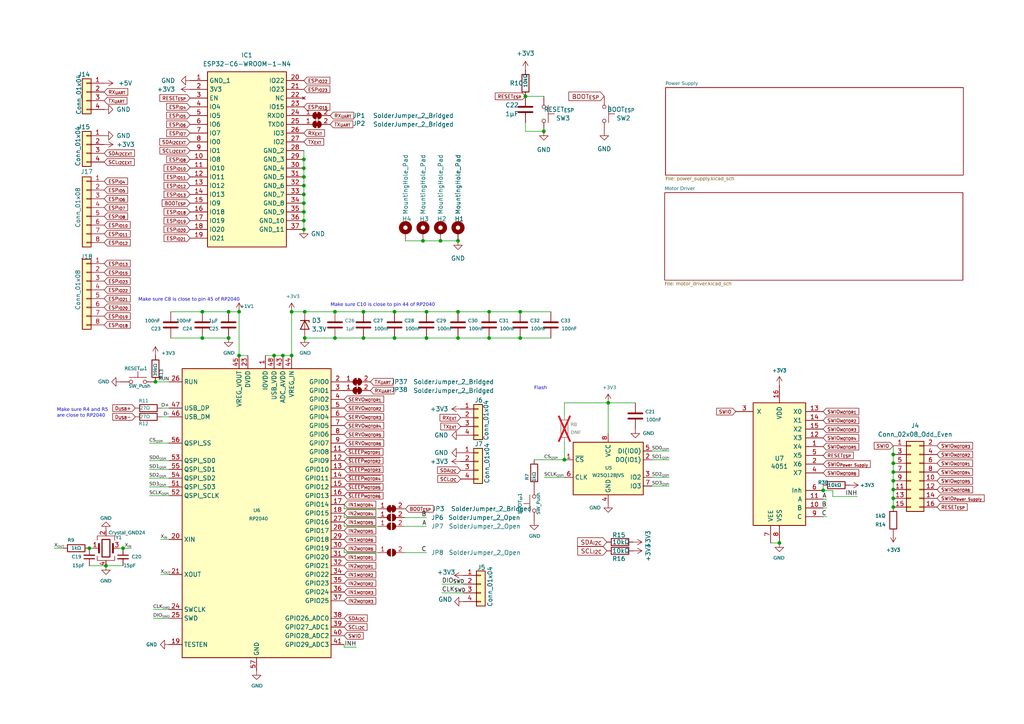
<source format=kicad_sch>
(kicad_sch (version 20230121) (generator eeschema)

  (uuid 220120ed-d44a-4ac7-a64c-440534e9360b)

  (paper "A4")

  

  (junction (at 238.76 142.24) (diameter 0) (color 0 0 0 0)
    (uuid 017ec3ac-0739-4647-8f5d-ce3d0002b849)
  )
  (junction (at 88.138 48.768) (diameter 0) (color 0 0 0 0)
    (uuid 04a89eeb-198c-42ef-8b24-e13eedd7d81a)
  )
  (junction (at 88.138 64.008) (diameter 0) (color 0 0 0 0)
    (uuid 058c2a20-fe14-45b0-9da8-48a4adb71fce)
  )
  (junction (at 123.698 90.424) (diameter 0) (color 0 0 0 0)
    (uuid 05a58254-8f62-4df6-baef-3469ac933aec)
  )
  (junction (at 114.427 90.424) (diameter 0) (color 0 0 0 0)
    (uuid 0978ff09-5f4a-4950-8938-bffbf5d4be99)
  )
  (junction (at 88.138 53.848) (diameter 0) (color 0 0 0 0)
    (uuid 10ec2086-1e0a-4265-816d-f0c62fbb05bb)
  )
  (junction (at 259.08 131.826) (diameter 0) (color 0 0 0 0)
    (uuid 16f7f5b8-799b-4ac8-85d6-064f820b7b5b)
  )
  (junction (at 45.085 110.744) (diameter 0) (color 0 0 0 0)
    (uuid 17c7ae7f-0bed-44f7-aceb-11ec60a023f7)
  )
  (junction (at 66.294 98.044) (diameter 0) (color 0 0 0 0)
    (uuid 19021ad7-680d-4bdc-85ff-99648f5007e5)
  )
  (junction (at 97.155 98.044) (diameter 0) (color 0 0 0 0)
    (uuid 1adad598-974f-4d08-9ac5-e7a4c0ae3747)
  )
  (junction (at 69.342 103.124) (diameter 0) (color 0 0 0 0)
    (uuid 2590d972-0703-4658-91f5-b80a89a31d4b)
  )
  (junction (at 35.687 159.004) (diameter 0) (color 0 0 0 0)
    (uuid 2fb0f79d-e023-49a7-89d9-a3d9111a7106)
  )
  (junction (at 259.08 136.906) (diameter 0) (color 0 0 0 0)
    (uuid 3b8af2c2-e7a6-4d4f-a8bb-834b5f42114d)
  )
  (junction (at 163.703 133.35) (diameter 0) (color 0 0 0 0)
    (uuid 41bd7465-aae0-4156-a86f-71baeb612286)
  )
  (junction (at 114.427 98.044) (diameter 0) (color 0 0 0 0)
    (uuid 45b3aef3-a448-4e9f-b828-3edbcd853a36)
  )
  (junction (at 84.582 90.424) (diameter 0) (color 0 0 0 0)
    (uuid 49dda0a1-cd32-4009-b58a-1e6cb1ab2e8a)
  )
  (junction (at 259.08 141.986) (diameter 0) (color 0 0 0 0)
    (uuid 4db7ee42-4bf2-4d26-bc57-351b7a6941f7)
  )
  (junction (at 259.08 134.366) (diameter 0) (color 0 0 0 0)
    (uuid 4f812d22-2524-4c9e-a5c0-526141f51af6)
  )
  (junction (at 88.138 46.228) (diameter 0) (color 0 0 0 0)
    (uuid 51ba5bb0-9fa5-486f-87c4-7fa8bc5ab2a1)
  )
  (junction (at 132.842 90.424) (diameter 0) (color 0 0 0 0)
    (uuid 52b92774-c874-4eca-81e2-b19e63c90232)
  )
  (junction (at 132.842 69.85) (diameter 0) (color 0 0 0 0)
    (uuid 56e80d75-480b-4ea6-8b37-a972323b5005)
  )
  (junction (at 82.042 103.124) (diameter 0) (color 0 0 0 0)
    (uuid 57a9aab4-8c59-4ca2-bf87-2f7612e793b1)
  )
  (junction (at 69.342 90.424) (diameter 0) (color 0 0 0 0)
    (uuid 5a7ba466-28d0-4ea4-b85a-928b860040e1)
  )
  (junction (at 122.682 69.85) (diameter 0) (color 0 0 0 0)
    (uuid 5b6df43f-b670-4c2d-8bc0-aeb1d34b4efa)
  )
  (junction (at 88.138 51.308) (diameter 0) (color 0 0 0 0)
    (uuid 5e38a6c4-bb3b-4ddb-b37d-b568750dcc53)
  )
  (junction (at 157.734 38.1) (diameter 0) (color 0 0 0 0)
    (uuid 751895f3-90c5-4506-8b82-afed271d5f18)
  )
  (junction (at 150.876 90.424) (diameter 0) (color 0 0 0 0)
    (uuid 7581f5e8-5832-4fd0-b06f-2a217b2b622f)
  )
  (junction (at 88.138 56.388) (diameter 0) (color 0 0 0 0)
    (uuid 78142456-f6a3-486a-b434-a7ca9bc64147)
  )
  (junction (at 58.674 90.424) (diameter 0) (color 0 0 0 0)
    (uuid 806bdf08-0a0f-4e03-aeaa-0074eac394fd)
  )
  (junction (at 25.908 159.004) (diameter 0) (color 0 0 0 0)
    (uuid 81c9856b-401a-4d9c-83d6-b00fd7ed253e)
  )
  (junction (at 226.06 157.48) (diameter 0) (color 0 0 0 0)
    (uuid 82fa9b1d-ae65-4ba3-ab4e-da421ca27bdf)
  )
  (junction (at 105.41 90.424) (diameter 0) (color 0 0 0 0)
    (uuid 8b90d3bf-56e0-4ddd-a565-869645f8496e)
  )
  (junction (at 259.08 144.526) (diameter 0) (color 0 0 0 0)
    (uuid 8d4d0730-c34b-4021-b3c8-414aa929a49f)
  )
  (junction (at 141.859 90.424) (diameter 0) (color 0 0 0 0)
    (uuid 91e90f9e-b986-4cea-b191-78fd00b6a00e)
  )
  (junction (at 79.502 103.124) (diameter 0) (color 0 0 0 0)
    (uuid 94421a74-72b5-4feb-8526-fcd442c7dbb0)
  )
  (junction (at 152.4 27.94) (diameter 0) (color 0 0 0 0)
    (uuid 960e7615-48da-42c3-bf32-ea07bf5b07a6)
  )
  (junction (at 84.582 103.124) (diameter 0) (color 0 0 0 0)
    (uuid a3a3a530-43a1-4f72-b13e-9834287342b3)
  )
  (junction (at 150.876 98.044) (diameter 0) (color 0 0 0 0)
    (uuid a5868ac2-7b85-49eb-ac12-60eee3a65563)
  )
  (junction (at 123.698 98.044) (diameter 0) (color 0 0 0 0)
    (uuid ad83e5ca-f4d4-4c94-a2d8-8d789edbeecb)
  )
  (junction (at 88.392 90.424) (diameter 0) (color 0 0 0 0)
    (uuid ad914cc5-d820-47af-8c27-bf6808a1bc86)
  )
  (junction (at 127.762 69.85) (diameter 0) (color 0 0 0 0)
    (uuid ae14c22a-d11f-4e50-9f8c-129e392343f0)
  )
  (junction (at 30.734 164.084) (diameter 0) (color 0 0 0 0)
    (uuid b2640a55-b67d-4f94-b019-4bcc43cc60d8)
  )
  (junction (at 141.859 98.044) (diameter 0) (color 0 0 0 0)
    (uuid b917bf02-9ff1-43c6-afd4-f87759ec4923)
  )
  (junction (at 58.674 98.044) (diameter 0) (color 0 0 0 0)
    (uuid c88e4559-11f2-42a7-9d1d-16974536b90a)
  )
  (junction (at 176.403 116.84) (diameter 0) (color 0 0 0 0)
    (uuid db73bc20-7c80-4006-a82f-4ed80107c2ae)
  )
  (junction (at 88.138 66.548) (diameter 0) (color 0 0 0 0)
    (uuid df86c297-2c82-4526-9f97-bc806370eba1)
  )
  (junction (at 259.08 147.066) (diameter 0) (color 0 0 0 0)
    (uuid e09dbf41-da77-48c7-8649-7e9bd153b345)
  )
  (junction (at 88.392 98.044) (diameter 0) (color 0 0 0 0)
    (uuid e42673e4-9140-4418-86f2-7d5c6052fa2d)
  )
  (junction (at 88.138 58.928) (diameter 0) (color 0 0 0 0)
    (uuid e4cb2843-58a2-4a66-90bc-e3f60e160636)
  )
  (junction (at 259.08 139.446) (diameter 0) (color 0 0 0 0)
    (uuid e827e421-b16f-453a-819b-4d5cc4510ef9)
  )
  (junction (at 66.294 90.424) (diameter 0) (color 0 0 0 0)
    (uuid ed02f95c-d9ba-4805-a840-e5331f0b816e)
  )
  (junction (at 105.41 98.044) (diameter 0) (color 0 0 0 0)
    (uuid eea2b271-0061-491e-86c4-62b725984fc3)
  )
  (junction (at 132.842 98.044) (diameter 0) (color 0 0 0 0)
    (uuid f032371e-8c22-4c91-93b2-e2d539c956b1)
  )
  (junction (at 97.155 90.424) (diameter 0) (color 0 0 0 0)
    (uuid f24eda32-3873-47e6-b7c4-f33f2a17bf9e)
  )
  (junction (at 88.138 61.468) (diameter 0) (color 0 0 0 0)
    (uuid fa034436-3071-4d32-aa6a-aa21b3c8121c)
  )

  (wire (pts (xy 154.94 133.35) (xy 163.703 133.35))
    (stroke (width 0) (type default))
    (uuid 03e6dd9d-783a-4767-aa13-1c7baac600ab)
  )
  (wire (pts (xy 259.08 141.986) (xy 259.08 144.526))
    (stroke (width 0) (type default))
    (uuid 05c9f852-a4b0-4a44-894d-e870a1422b13)
  )
  (wire (pts (xy 35.687 159.004) (xy 38.1 159.004))
    (stroke (width 0) (type default))
    (uuid 0a2ff1bc-9ae2-4e54-a093-962810b5d609)
  )
  (wire (pts (xy 114.427 98.044) (xy 123.698 98.044))
    (stroke (width 0) (type default))
    (uuid 0d05caac-35bf-43ed-9bd3-0138e0a7bd96)
  )
  (wire (pts (xy 152.4 38.1) (xy 152.4 35.56))
    (stroke (width 0) (type default))
    (uuid 0f4708d1-cce1-4af1-9ad4-2d388194a698)
  )
  (wire (pts (xy 128.143 171.958) (xy 134.366 171.958))
    (stroke (width 0) (type default))
    (uuid 126e59d5-d2df-4b81-9ae0-85798c972a82)
  )
  (wire (pts (xy 25.908 159.004) (xy 26.924 159.004))
    (stroke (width 0) (type default))
    (uuid 13de7f31-4739-476e-a4b0-d2492a73ad73)
  )
  (wire (pts (xy 259.08 131.826) (xy 259.08 134.366))
    (stroke (width 0) (type default))
    (uuid 158e983e-25a5-4672-8462-4e9ec35842a7)
  )
  (wire (pts (xy 43.307 141.224) (xy 49.022 141.224))
    (stroke (width 0) (type default))
    (uuid 16fbb14f-0fbd-422c-86dd-c798d59e6312)
  )
  (wire (pts (xy 49.022 128.524) (xy 43.307 128.524))
    (stroke (width 0) (type default))
    (uuid 178a5e13-bfe6-4e85-974d-24234b9e1e53)
  )
  (wire (pts (xy 163.703 116.84) (xy 176.403 116.84))
    (stroke (width 0) (type default))
    (uuid 1b6ea666-da55-4d2e-83ff-910130ae1afc)
  )
  (wire (pts (xy 88.138 64.008) (xy 88.138 66.548))
    (stroke (width 0) (type default))
    (uuid 1efcabe0-41d7-4898-b705-3c228eb6b4b9)
  )
  (wire (pts (xy 157.861 138.43) (xy 163.703 138.43))
    (stroke (width 0) (type default))
    (uuid 1f8681c0-d89a-419e-8359-3b0a657a7252)
  )
  (wire (pts (xy 241.554 144.018) (xy 248.666 144.018))
    (stroke (width 0) (type default))
    (uuid 21aa7b99-af0a-4e3f-b88b-dfb53da24381)
  )
  (wire (pts (xy 99.822 152.654) (xy 99.822 151.384))
    (stroke (width 0) (type default))
    (uuid 24240bef-0787-450d-b6b9-b90a73852a7c)
  )
  (wire (pts (xy 82.042 103.124) (xy 84.582 103.124))
    (stroke (width 0) (type default))
    (uuid 24c077ea-ea5c-4203-b767-3c26537e08b5)
  )
  (wire (pts (xy 43.307 133.604) (xy 49.022 133.604))
    (stroke (width 0) (type default))
    (uuid 2666c563-e193-46a4-aea7-54c82503c9cb)
  )
  (wire (pts (xy 132.842 98.044) (xy 141.859 98.044))
    (stroke (width 0) (type default))
    (uuid 2de0bfed-0123-40fa-8cfc-56c434456189)
  )
  (wire (pts (xy 99.822 150.114) (xy 99.822 148.844))
    (stroke (width 0) (type default))
    (uuid 2f1a3286-5aae-4b5c-bb75-0cb254e1407a)
  )
  (wire (pts (xy 123.698 98.044) (xy 132.842 98.044))
    (stroke (width 0) (type default))
    (uuid 2f8b65e3-28b4-469f-a917-78683c3e9ef5)
  )
  (wire (pts (xy 241.554 144.018) (xy 241.554 142.24))
    (stroke (width 0) (type default))
    (uuid 3373f563-ebf3-4e32-80cd-eecbf4d08ce4)
  )
  (wire (pts (xy 122.682 69.85) (xy 127.762 69.85))
    (stroke (width 0) (type default))
    (uuid 34f748a6-89ab-46f9-9923-be35259230f1)
  )
  (wire (pts (xy 163.703 116.84) (xy 163.703 120.523))
    (stroke (width 0) (type default))
    (uuid 3a3437d4-1216-467f-8fab-e7f74f4ab13e)
  )
  (wire (pts (xy 114.427 90.424) (xy 123.698 90.424))
    (stroke (width 0) (type default))
    (uuid 3efb72fb-03d1-432c-82d6-bde885143d19)
  )
  (wire (pts (xy 117.348 147.574) (xy 117.602 147.574))
    (stroke (width 0) (type default))
    (uuid 41b1c582-e35c-424c-bc18-f6bb1d9340d1)
  )
  (wire (pts (xy 109.728 147.574) (xy 99.822 147.574))
    (stroke (width 0) (type default))
    (uuid 459bbaa6-065c-4e00-a979-8ca8e1d306e3)
  )
  (wire (pts (xy 117.348 160.274) (xy 123.698 160.274))
    (stroke (width 0) (type default))
    (uuid 49a3aedb-42b6-4136-b41f-f8b6dad3bd40)
  )
  (wire (pts (xy 176.403 116.84) (xy 176.403 125.73))
    (stroke (width 0) (type default))
    (uuid 4a2ea40e-8e82-42ed-8ade-a7a9638eec44)
  )
  (wire (pts (xy 97.155 90.424) (xy 105.41 90.424))
    (stroke (width 0) (type default))
    (uuid 4d62b516-4f06-4def-b426-d118287d523f)
  )
  (wire (pts (xy 259.08 144.526) (xy 259.08 147.066))
    (stroke (width 0) (type default))
    (uuid 4dd725ec-e1fe-45c5-92c6-44760a871b6d)
  )
  (wire (pts (xy 25.908 164.084) (xy 30.734 164.084))
    (stroke (width 0) (type default))
    (uuid 4f40d27b-e963-496c-901b-fd4ad63cb463)
  )
  (wire (pts (xy 30.734 164.084) (xy 35.687 164.084))
    (stroke (width 0) (type default))
    (uuid 534ea605-6844-452a-ad85-92d41264a5ec)
  )
  (wire (pts (xy 49.53 90.424) (xy 58.674 90.424))
    (stroke (width 0) (type default))
    (uuid 5367842d-0d00-4b15-a8da-308812ed6684)
  )
  (wire (pts (xy 259.08 129.286) (xy 259.08 131.826))
    (stroke (width 0) (type default))
    (uuid 54b27330-9a98-42eb-ae9f-20a42c5fd9fe)
  )
  (wire (pts (xy 97.155 98.044) (xy 105.41 98.044))
    (stroke (width 0) (type default))
    (uuid 57c80281-730c-4009-bac3-4cd34d7edc98)
  )
  (wire (pts (xy 66.294 90.424) (xy 69.342 90.424))
    (stroke (width 0) (type default))
    (uuid 5b415ddc-7098-4316-88ea-bd3dd18e8ea2)
  )
  (wire (pts (xy 49.022 143.764) (xy 43.307 143.764))
    (stroke (width 0) (type default))
    (uuid 5c49814d-d5fa-4ed6-95b3-e44e7c413258)
  )
  (wire (pts (xy 163.703 128.143) (xy 163.703 133.35))
    (stroke (width 0) (type default))
    (uuid 65e54140-7ad8-4c1b-9882-7027d0afcb8b)
  )
  (wire (pts (xy 88.138 56.388) (xy 88.138 58.928))
    (stroke (width 0) (type default))
    (uuid 670a1028-b6dd-42fa-be28-9b22661d207d)
  )
  (wire (pts (xy 49.022 176.784) (xy 44.45 176.784))
    (stroke (width 0) (type default))
    (uuid 6a5ab6b7-38e2-490a-8ff5-db61cbe6698c)
  )
  (wire (pts (xy 189.103 140.97) (xy 194.056 140.97))
    (stroke (width 0) (type default))
    (uuid 6a6a74c3-107c-4f88-984f-7fd9987e7120)
  )
  (wire (pts (xy 157.734 27.94) (xy 152.4 27.94))
    (stroke (width 0) (type default))
    (uuid 6ad1922a-55d6-4ca0-a4e9-0a77f2409014)
  )
  (wire (pts (xy 49.022 179.324) (xy 44.45 179.324))
    (stroke (width 0) (type default))
    (uuid 6b0e748f-cb73-4dfd-b5cc-fb7f2b1b67bd)
  )
  (wire (pts (xy 97.155 98.044) (xy 88.392 98.044))
    (stroke (width 0) (type default))
    (uuid 6b6e411b-2266-4b63-a08e-a269f30914fa)
  )
  (wire (pts (xy 189.103 130.81) (xy 194.056 130.81))
    (stroke (width 0) (type default))
    (uuid 6d63148b-809f-414e-86bf-b8af880eeb98)
  )
  (wire (pts (xy 123.698 90.424) (xy 132.842 90.424))
    (stroke (width 0) (type default))
    (uuid 6e9605f6-d6c1-49d3-a131-ad04314c6ee2)
  )
  (wire (pts (xy 99.822 187.706) (xy 99.822 186.944))
    (stroke (width 0) (type default))
    (uuid 6eeae663-7b34-402e-b94b-240e6d656696)
  )
  (wire (pts (xy 88.138 61.468) (xy 88.138 64.008))
    (stroke (width 0) (type default))
    (uuid 70832be6-8971-473f-94d2-780d861aedea)
  )
  (wire (pts (xy 238.76 140.716) (xy 238.76 142.24))
    (stroke (width 0) (type default))
    (uuid 7563415a-1b4d-49a3-a547-e9ad34efcffc)
  )
  (wire (pts (xy 79.502 103.124) (xy 82.042 103.124))
    (stroke (width 0) (type default))
    (uuid 776409e8-318a-4986-a22d-5d84438a8cb3)
  )
  (wire (pts (xy 45.085 110.744) (xy 49.022 110.744))
    (stroke (width 0) (type default))
    (uuid 7c83be1d-04c7-4494-afd4-d7ab9577e9ff)
  )
  (wire (pts (xy 189.103 133.35) (xy 194.056 133.35))
    (stroke (width 0) (type default))
    (uuid 823bf568-a3e2-4739-9032-67fb9d067220)
  )
  (wire (pts (xy 150.876 98.044) (xy 159.766 98.044))
    (stroke (width 0) (type default))
    (uuid 8552cced-364b-4fcd-80e7-35e0f5f1d868)
  )
  (wire (pts (xy 84.582 90.424) (xy 88.392 90.424))
    (stroke (width 0) (type default))
    (uuid 86d0f320-2c2b-40e9-b2ff-9d56b2246853)
  )
  (wire (pts (xy 127.762 69.85) (xy 132.842 69.85))
    (stroke (width 0) (type default))
    (uuid 878561c5-24d1-477e-ae66-77a201a1e48b)
  )
  (wire (pts (xy 46.609 156.464) (xy 49.022 156.464))
    (stroke (width 0) (type default))
    (uuid 88b70b42-31db-425b-9be3-d866ec4e8cef)
  )
  (wire (pts (xy 239.776 147.32) (xy 238.76 147.32))
    (stroke (width 0) (type default))
    (uuid 892f9a9b-6d31-46bc-aa8f-20acbbc72336)
  )
  (wire (pts (xy 46.863 120.904) (xy 49.022 120.904))
    (stroke (width 0) (type default))
    (uuid 89bc1860-cc2f-49ed-adc3-2ae7354b9518)
  )
  (wire (pts (xy 34.544 159.004) (xy 35.687 159.004))
    (stroke (width 0) (type default))
    (uuid 8a43ae60-4bdb-41a3-b284-98731452e9e9)
  )
  (wire (pts (xy 88.138 51.308) (xy 88.138 53.848))
    (stroke (width 0) (type default))
    (uuid 8bf98e95-4dfa-4227-aac0-c1e6b016df17)
  )
  (wire (pts (xy 259.08 134.366) (xy 259.08 136.906))
    (stroke (width 0) (type default))
    (uuid 8d4390ec-1507-4f5e-a731-6e29ba20b7bc)
  )
  (wire (pts (xy 99.822 150.114) (xy 109.728 150.114))
    (stroke (width 0) (type default))
    (uuid 900932f2-7ece-4bdb-8e6f-38d539115c27)
  )
  (wire (pts (xy 43.307 136.144) (xy 49.022 136.144))
    (stroke (width 0) (type default))
    (uuid 91470d0f-31af-4cd6-8d7a-ceaf87e876c1)
  )
  (wire (pts (xy 259.08 136.906) (xy 259.08 139.446))
    (stroke (width 0) (type default))
    (uuid 91e36cc0-d463-478b-83a3-76afc59b3d4b)
  )
  (wire (pts (xy 117.602 69.85) (xy 122.682 69.85))
    (stroke (width 0) (type default))
    (uuid 926e1dfa-9a77-43d6-ace0-c610d7f31948)
  )
  (wire (pts (xy 239.776 144.78) (xy 238.76 144.78))
    (stroke (width 0) (type default))
    (uuid 92fc1fd2-aac8-4ea7-a470-be3813a6ba90)
  )
  (wire (pts (xy 88.392 90.424) (xy 97.155 90.424))
    (stroke (width 0) (type default))
    (uuid 9385f93f-626b-49bd-83b4-1661d6d2bdd1)
  )
  (wire (pts (xy 88.138 48.768) (xy 88.138 51.308))
    (stroke (width 0) (type default))
    (uuid 944e5f84-e844-48a2-ac9f-6331fd9c1a77)
  )
  (wire (pts (xy 132.842 90.424) (xy 141.859 90.424))
    (stroke (width 0) (type default))
    (uuid 94b41df1-5cce-4f1f-ba60-3d42c9b136c8)
  )
  (wire (pts (xy 128.143 169.418) (xy 134.366 169.418))
    (stroke (width 0) (type default))
    (uuid 9aa7b52a-0546-4808-b498-00d39a430162)
  )
  (wire (pts (xy 226.06 157.48) (xy 223.52 157.48))
    (stroke (width 0) (type default))
    (uuid 9d333333-68d3-48f3-8f2b-a6d4640cac08)
  )
  (wire (pts (xy 241.554 142.24) (xy 238.76 142.24))
    (stroke (width 0) (type default))
    (uuid 9fe0d879-3456-45b3-946a-3c9941896d78)
  )
  (wire (pts (xy 99.822 147.574) (xy 99.822 146.304))
    (stroke (width 0) (type default))
    (uuid a069e72c-3964-4102-abe2-e95ce1bea770)
  )
  (wire (pts (xy 15.748 159.004) (xy 18.288 159.004))
    (stroke (width 0) (type default))
    (uuid a1072d80-d40b-4a49-b897-bf4d8a62ba34)
  )
  (wire (pts (xy 43.307 138.684) (xy 49.022 138.684))
    (stroke (width 0) (type default))
    (uuid a4859369-a7f8-4892-8898-cc33c4bd485d)
  )
  (wire (pts (xy 69.342 90.424) (xy 69.342 103.124))
    (stroke (width 0) (type default))
    (uuid ab3dc532-6e7d-4ff7-9718-2ee0df45536a)
  )
  (wire (pts (xy 141.859 90.424) (xy 150.876 90.424))
    (stroke (width 0) (type default))
    (uuid b03726c8-e574-4ada-a196-da6424feb190)
  )
  (wire (pts (xy 157.734 38.1) (xy 152.4 38.1))
    (stroke (width 0) (type default))
    (uuid b1d1f57a-7c07-4bd5-a3bb-04aa503d02d3)
  )
  (wire (pts (xy 239.776 149.86) (xy 238.76 149.86))
    (stroke (width 0) (type default))
    (uuid b393ab8e-c194-4142-a828-2afacfc4fa69)
  )
  (wire (pts (xy 88.138 46.228) (xy 88.138 48.768))
    (stroke (width 0) (type default))
    (uuid b947a9d8-8e3e-4f1e-8fe8-72837a82ddda)
  )
  (wire (pts (xy 184.277 116.84) (xy 176.403 116.84))
    (stroke (width 0) (type default))
    (uuid bb7aac22-a129-4849-9ea5-02dd8931e2e1)
  )
  (wire (pts (xy 99.822 187.706) (xy 103.378 187.706))
    (stroke (width 0) (type default))
    (uuid bf9da75b-404a-4728-90b3-fb4e52999da6)
  )
  (wire (pts (xy 88.138 58.928) (xy 88.138 61.468))
    (stroke (width 0) (type default))
    (uuid c88fea79-44db-4669-b5db-761de8d074d0)
  )
  (wire (pts (xy 58.674 98.044) (xy 66.294 98.044))
    (stroke (width 0) (type default))
    (uuid c94c6165-bd72-4ccc-9e99-a474e86e87c2)
  )
  (wire (pts (xy 117.348 150.114) (xy 123.698 150.114))
    (stroke (width 0) (type default))
    (uuid cfbc8965-26f2-4361-b7e8-db2d1280d2a8)
  )
  (wire (pts (xy 105.41 90.424) (xy 114.427 90.424))
    (stroke (width 0) (type default))
    (uuid d34c3aed-8feb-4178-a66c-4092f975473a)
  )
  (wire (pts (xy 49.53 98.044) (xy 58.674 98.044))
    (stroke (width 0) (type default))
    (uuid d4082973-969d-4632-8448-882d82dbf756)
  )
  (wire (pts (xy 259.08 139.446) (xy 259.08 141.986))
    (stroke (width 0) (type default))
    (uuid d5a7c0f6-8b32-4ced-8a16-e6ee798767d5)
  )
  (wire (pts (xy 49.022 166.624) (xy 46.609 166.624))
    (stroke (width 0) (type default))
    (uuid d607a68c-fa80-4911-8d57-dd7950f81229)
  )
  (wire (pts (xy 150.876 90.424) (xy 159.766 90.424))
    (stroke (width 0) (type default))
    (uuid da76f870-815c-4350-ae56-2b32f226ca28)
  )
  (wire (pts (xy 105.41 98.044) (xy 114.427 98.044))
    (stroke (width 0) (type default))
    (uuid e0333e47-7dca-4631-8bfb-d51ed66690e8)
  )
  (wire (pts (xy 84.582 90.424) (xy 84.582 103.124))
    (stroke (width 0) (type default))
    (uuid e1099232-2b69-450e-baa9-9759b6837e09)
  )
  (wire (pts (xy 88.138 53.848) (xy 88.138 56.388))
    (stroke (width 0) (type default))
    (uuid e382353c-7e78-4497-ab3e-e46c0f6330bf)
  )
  (wire (pts (xy 76.962 103.124) (xy 79.502 103.124))
    (stroke (width 0) (type default))
    (uuid e65b4b31-d01e-45b0-b47e-a157ec423a79)
  )
  (wire (pts (xy 99.822 152.654) (xy 109.728 152.654))
    (stroke (width 0) (type default))
    (uuid ec0a7d20-28fc-4c4c-bcce-97bf5ed29d26)
  )
  (wire (pts (xy 58.674 90.424) (xy 66.294 90.424))
    (stroke (width 0) (type default))
    (uuid ec563e59-41e9-4ba8-9b42-0b1290258654)
  )
  (wire (pts (xy 88.138 43.688) (xy 88.138 46.228))
    (stroke (width 0) (type default))
    (uuid ef1962f8-093a-4ab5-91db-5a77d0144a84)
  )
  (wire (pts (xy 123.698 152.654) (xy 117.348 152.654))
    (stroke (width 0) (type default))
    (uuid f036fd5d-37c9-48f9-9407-dbd901b5352f)
  )
  (wire (pts (xy 141.859 98.044) (xy 150.876 98.044))
    (stroke (width 0) (type default))
    (uuid f485dd46-8763-45fa-8797-4a0667e7d98c)
  )
  (wire (pts (xy 46.863 118.364) (xy 49.022 118.364))
    (stroke (width 0) (type default))
    (uuid f5f2503f-25e6-48bc-aa5b-86d638d79b82)
  )
  (wire (pts (xy 99.822 160.274) (xy 109.728 160.274))
    (stroke (width 0) (type default))
    (uuid f605fe44-a07a-4cd6-a3a3-9c57129203ed)
  )
  (wire (pts (xy 71.882 103.124) (xy 69.342 103.124))
    (stroke (width 0) (type default))
    (uuid f8b24106-1de7-4c7a-9931-7eb0c2963732)
  )
  (wire (pts (xy 189.103 138.43) (xy 194.056 138.43))
    (stroke (width 0) (type default))
    (uuid f8bc4cd1-4d01-4faa-afc3-a1efa7e3c04b)
  )
  (wire (pts (xy 99.822 160.274) (xy 99.822 159.004))
    (stroke (width 0) (type default))
    (uuid fb9561f5-6e12-410f-9398-fa9fc1ccb425)
  )

  (text "Make sure C10 is close to pin 44 of RP2040" (at 95.885 89.408 0)
    (effects (font (face "Source Code Pro") (size 1 1)) (justify left bottom))
    (uuid 04490dc3-70b4-4962-89b4-8e0ab88fbdf8)
  )
  (text "Make sure R4 and R5\nare close to RP2040" (at 16.51 121.539 0)
    (effects (font (face "Source Code Pro") (size 1 1)) (justify left bottom))
    (uuid 42f9bc12-c7b3-4e8a-b1b0-99e3bbae254c)
  )
  (text "Flash" (at 154.94 113.538 0)
    (effects (font (face "Source Code Pro") (size 1 1)) (justify left bottom))
    (uuid 64a85e37-cd3e-4964-bdd1-56cd5e41c288)
  )
  (text "Make sure C8 is close to pin 45 of RP2040" (at 40.132 87.884 0)
    (effects (font (face "Source Code Pro") (size 1 1)) (justify left bottom))
    (uuid fd3b0391-940a-4fc4-a988-f6bd30e0dd83)
  )

  (label "A" (at 123.698 152.654 180) (fields_autoplaced)
    (effects (font (size 1.27 1.27)) (justify right bottom))
    (uuid 00e1fa40-6708-4727-b054-4fa7fae895e1)
  )
  (label "CLK_{SWD}" (at 44.45 176.784 0) (fields_autoplaced)
    (effects (font (face "Source Code Pro") (size 1 1)) (justify left bottom))
    (uuid 13bde812-566d-4225-bc0c-01cbf299ba8e)
  )
  (label "INH" (at 248.666 144.018 180) (fields_autoplaced)
    (effects (font (size 1.27 1.27)) (justify right bottom))
    (uuid 19160ed7-163c-45b8-90ab-53d77ae8b1b3)
  )
  (label "DIO_{SWD}" (at 44.45 179.324 0) (fields_autoplaced)
    (effects (font (face "Source Code Pro") (size 1 1)) (justify left bottom))
    (uuid 19f7ced7-a025-4c41-82e5-f0efb731a81e)
  )
  (label "SD1_{QSPI}" (at 194.056 133.35 180) (fields_autoplaced)
    (effects (font (face "Source Code Pro") (size 1 1)) (justify right bottom))
    (uuid 1a56e980-74c3-4aff-a2a7-4b31a7cd2645)
  )
  (label "X_{IN}" (at 46.609 156.464 0) (fields_autoplaced)
    (effects (font (face "Source Code Pro") (size 1 1)) (justify left bottom))
    (uuid 238c0f59-012b-4b4c-8d5c-3e2580e4f2aa)
  )
  (label "SCLK_{QSPI}" (at 43.307 143.764 0) (fields_autoplaced)
    (effects (font (face "Source Code Pro") (size 1 1)) (justify left bottom))
    (uuid 277892b2-eaf6-4765-8be6-cd92339f4273)
  )
  (label "C" (at 239.776 149.86 180) (fields_autoplaced)
    (effects (font (size 1.27 1.27)) (justify right bottom))
    (uuid 4137ba2f-5554-4ae0-8998-b4020116667e)
  )
  (label "D-" (at 49.022 120.904 180) (fields_autoplaced)
    (effects (font (face "Source Code Pro") (size 1 1)) (justify right bottom))
    (uuid 46f8821b-1f60-4d08-bd1e-46060e65d22e)
  )
  (label "X_{OUT}" (at 46.609 166.624 0) (fields_autoplaced)
    (effects (font (face "Source Code Pro") (size 1 1)) (justify left bottom))
    (uuid 4a6ebb17-e877-47e6-8040-30a8e4aee002)
  )
  (label "INH" (at 103.378 187.706 180) (fields_autoplaced)
    (effects (font (size 1.27 1.27)) (justify right bottom))
    (uuid 4dd5d809-4ce0-47eb-9a4d-ecebe718f75f)
  )
  (label "B" (at 239.776 147.32 180) (fields_autoplaced)
    (effects (font (size 1.27 1.27)) (justify right bottom))
    (uuid 59252e4f-1f78-453c-b4af-9526f7d69fc7)
  )
  (label "SD2_{QSPI}" (at 43.307 138.684 0) (fields_autoplaced)
    (effects (font (face "Source Code Pro") (size 1 1)) (justify left bottom))
    (uuid 613e0d18-c3d2-4266-b335-29a84d58323f)
  )
  (label "CS_{QSPI}" (at 157.861 133.35 0) (fields_autoplaced)
    (effects (font (face "Source Code Pro") (size 1 1)) (justify left bottom))
    (uuid 66a29ed5-bccc-42ef-bf54-babdf19e5e11)
  )
  (label "SD2_{QSPI}" (at 194.056 138.43 180) (fields_autoplaced)
    (effects (font (face "Source Code Pro") (size 1 1)) (justify right bottom))
    (uuid 6f2b3e74-1b3e-487c-b24e-4ac81160951f)
  )
  (label "SD3_{QSPI}" (at 194.056 140.97 180) (fields_autoplaced)
    (effects (font (face "Source Code Pro") (size 1 1)) (justify right bottom))
    (uuid 72e52234-be78-48b6-898d-9f36143e6280)
  )
  (label "SCLK_{QSPI}" (at 157.861 138.43 0) (fields_autoplaced)
    (effects (font (face "Source Code Pro") (size 1 1)) (justify left bottom))
    (uuid 89d92166-2169-401c-bb68-3c996d32f86a)
  )
  (label "RUN" (at 49.022 110.744 180) (fields_autoplaced)
    (effects (font (face "Source Code Pro") (size 1 1)) (justify right bottom))
    (uuid 9adff0d6-3e10-4a42-89c6-426dbeda105b)
  )
  (label "SD3_{QSPI}" (at 43.307 141.224 0) (fields_autoplaced)
    (effects (font (face "Source Code Pro") (size 1 1)) (justify left bottom))
    (uuid b5510ac5-be5d-4c85-b049-f4493df4c7f2)
  )
  (label "CLK_{SWD}" (at 128.143 171.958 0) (fields_autoplaced)
    (effects (font (size 1.27 1.27)) (justify left bottom))
    (uuid bc531ddb-6bc1-48d5-b131-b4a424e06002)
  )
  (label "DIO_{SWD}" (at 128.143 169.418 0) (fields_autoplaced)
    (effects (font (size 1.27 1.27)) (justify left bottom))
    (uuid be5baa5d-2933-40f7-b970-1af7ec3b8429)
  )
  (label "SD1_{QSPI}" (at 43.307 136.144 0) (fields_autoplaced)
    (effects (font (face "Source Code Pro") (size 1 1)) (justify left bottom))
    (uuid c413d943-e7ec-468a-b31e-8b8d0449d76c)
  )
  (label "D+" (at 49.022 118.364 180) (fields_autoplaced)
    (effects (font (face "Source Code Pro") (size 1 1)) (justify right bottom))
    (uuid c8dc00bb-663d-4e72-9e6a-1ded254dbacb)
  )
  (label "X_{OUT}" (at 15.748 159.004 0) (fields_autoplaced)
    (effects (font (face "Source Code Pro") (size 1 1)) (justify left bottom))
    (uuid cbbc9819-b896-4708-9e0b-7890520a2bea)
  )
  (label "B" (at 123.698 150.114 180) (fields_autoplaced)
    (effects (font (size 1.27 1.27)) (justify right bottom))
    (uuid cc83b5a1-2d1c-4450-886b-64c1c5833404)
  )
  (label "A" (at 239.776 144.78 180) (fields_autoplaced)
    (effects (font (size 1.27 1.27)) (justify right bottom))
    (uuid d641c769-7695-45bd-8615-6318ea6c288e)
  )
  (label "C" (at 123.698 160.274 180) (fields_autoplaced)
    (effects (font (size 1.27 1.27)) (justify right bottom))
    (uuid d8093282-321f-4b8c-a912-30c6f68a0b98)
  )
  (label "SD0_{QSPI}" (at 43.307 133.604 0) (fields_autoplaced)
    (effects (font (face "Source Code Pro") (size 1 1)) (justify left bottom))
    (uuid d9e98ca9-1c63-4c9d-a8f7-d56bd2fcbf7f)
  )
  (label "CS_{QSPI}" (at 43.307 128.524 0) (fields_autoplaced)
    (effects (font (face "Source Code Pro") (size 1 1)) (justify left bottom))
    (uuid da17a679-6d6a-4ab6-a374-f39d2851e3ab)
  )
  (label "SD0_{QSPI}" (at 194.056 130.81 180) (fields_autoplaced)
    (effects (font (face "Source Code Pro") (size 1 1)) (justify right bottom))
    (uuid ebf1a8bd-f1b9-42f3-8682-5da1df903795)
  )
  (label "X_{IN}" (at 38.1 159.004 180) (fields_autoplaced)
    (effects (font (face "Source Code Pro") (size 1 1)) (justify right bottom))
    (uuid fe4cbd06-e0c8-4dd2-b27f-615e9de88955)
  )

  (global_label "ESP_{IO19}" (shape input) (at 30.226 91.694 0) (fields_autoplaced)
    (effects (font (size 1 1)) (justify left))
    (uuid 00a6d03a-f6ba-4b3b-9eaa-03c49e9d8f82)
    (property "Intersheetrefs" "${INTERSHEET_REFS}" (at 37.0682 91.694 0)
      (effects (font (size 1.27 1.27)) (justify left) hide)
    )
  )
  (global_label "BOOT_{ESP}" (shape input) (at 175.26 27.94 180) (fields_autoplaced)
    (effects (font (size 1.27 1.27)) (justify right))
    (uuid 02887ab1-e7e5-4e52-a82d-dfc5da94e2a0)
    (property "Intersheetrefs" "${INTERSHEET_REFS}" (at 166.1868 27.94 0)
      (effects (font (size 1.27 1.27)) (justify right) hide)
    )
  )
  (global_label "SDA_{I2C}" (shape input) (at 99.822 179.324 0) (fields_autoplaced)
    (effects (font (size 1 1)) (justify left))
    (uuid 03ed1341-7d99-41ea-aae5-26e8904ac74b)
    (property "Intersheetrefs" "${INTERSHEET_REFS}" (at 106.1269 179.324 0)
      (effects (font (size 1.27 1.27)) (justify left) hide)
    )
  )
  (global_label "SCL_{I2C}" (shape input) (at 176.022 159.766 180) (fields_autoplaced)
    (effects (font (size 1.27 1.27)) (justify right))
    (uuid 06b62f08-8b80-46fb-bfa8-17b68fe2b9f1)
    (property "Intersheetrefs" "${INTERSHEET_REFS}" (at 168.0146 159.766 0)
      (effects (font (size 1.27 1.27)) (justify right) hide)
    )
  )
  (global_label "ESP_{IO20}" (shape input) (at 55.118 66.548 180) (fields_autoplaced)
    (effects (font (size 1 1)) (justify right))
    (uuid 0cc8cc7e-ca0e-44e1-a9b2-5e4135d073df)
    (property "Intersheetrefs" "${INTERSHEET_REFS}" (at 48.2758 66.548 0)
      (effects (font (size 1.27 1.27)) (justify right) hide)
    )
  )
  (global_label "SCL_{I2CEXT}" (shape input) (at 55.118 43.688 180) (fields_autoplaced)
    (effects (font (size 1 1)) (justify right))
    (uuid 0d23731c-60c9-46c9-ab26-7cb17e16d317)
    (property "Intersheetrefs" "${INTERSHEET_REFS}" (at 47.2011 43.688 0)
      (effects (font (size 1.27 1.27)) (justify right) hide)
    )
  )
  (global_label "SDA_{I2C}" (shape input) (at 133.604 136.398 180) (fields_autoplaced)
    (effects (font (size 1 1)) (justify right))
    (uuid 0f0d69b1-b990-428a-a043-4423a22e182e)
    (property "Intersheetrefs" "${INTERSHEET_REFS}" (at 127.2991 136.398 0)
      (effects (font (size 1.27 1.27)) (justify right) hide)
    )
  )
  (global_label "SWIO_{MOTOR4}" (shape input) (at 271.78 136.906 0) (fields_autoplaced)
    (effects (font (size 1 1)) (justify left))
    (uuid 0f5078b3-1163-4659-9bb2-b83daedf1688)
    (property "Intersheetrefs" "${INTERSHEET_REFS}" (at 280.5361 136.906 0)
      (effects (font (size 1.27 1.27)) (justify left) hide)
    )
  )
  (global_label "ESP_{IO22}" (shape input) (at 88.138 23.368 0) (fields_autoplaced)
    (effects (font (size 1 1)) (justify left))
    (uuid 100b9c62-1118-428e-8f52-3d43ac31f914)
    (property "Intersheetrefs" "${INTERSHEET_REFS}" (at 94.9802 23.368 0)
      (effects (font (size 1.27 1.27)) (justify left) hide)
    )
  )
  (global_label "SDA_{I2CEXT}" (shape input) (at 55.118 41.148 180) (fields_autoplaced)
    (effects (font (size 1 1)) (justify right))
    (uuid 10f84904-9bc9-47e7-aaf3-5e6078bce3c8)
    (property "Intersheetrefs" "${INTERSHEET_REFS}" (at 47.2011 41.148 0)
      (effects (font (size 1.27 1.27)) (justify right) hide)
    )
  )
  (global_label "ESP_{IO11}" (shape input) (at 55.118 51.308 180) (fields_autoplaced)
    (effects (font (size 1 1)) (justify right))
    (uuid 14477da4-7ba3-48d3-ac19-53164497fb34)
    (property "Intersheetrefs" "${INTERSHEET_REFS}" (at 48.2758 51.308 0)
      (effects (font (size 1.27 1.27)) (justify right) hide)
    )
  )
  (global_label "ESP_{IO15}" (shape input) (at 88.138 30.988 0) (fields_autoplaced)
    (effects (font (size 1 1)) (justify left))
    (uuid 158223b5-c572-4310-a1a4-86bb0f19f928)
    (property "Intersheetrefs" "${INTERSHEET_REFS}" (at 94.9802 30.988 0)
      (effects (font (size 1.27 1.27)) (justify left) hide)
    )
  )
  (global_label "SWIO" (shape input) (at 99.822 184.404 0) (fields_autoplaced)
    (effects (font (size 1 1)) (justify left))
    (uuid 1863b6bb-fd86-4d5b-af4f-701167f76bb4)
    (property "Intersheetrefs" "${INTERSHEET_REFS}" (at 105.3541 184.404 0)
      (effects (font (size 1.27 1.27)) (justify left) hide)
    )
  )
  (global_label "ESP_{IO8}" (shape input) (at 55.118 46.228 180) (fields_autoplaced)
    (effects (font (size 1 1)) (justify right))
    (uuid 19a48cd8-ab56-487b-a5e3-0936fee9e557)
    (property "Intersheetrefs" "${INTERSHEET_REFS}" (at 48.8131 46.228 0)
      (effects (font (size 1.27 1.27)) (justify right) hide)
    )
  )
  (global_label "ESP_{IO5}" (shape input) (at 30.226 55.118 0) (fields_autoplaced)
    (effects (font (size 1 1)) (justify left))
    (uuid 1a77ea50-a19f-463d-a3e7-b53a3db006b4)
    (property "Intersheetrefs" "${INTERSHEET_REFS}" (at 36.5309 55.118 0)
      (effects (font (size 1.27 1.27)) (justify left) hide)
    )
  )
  (global_label "SWIO_{MOTOR5}" (shape input) (at 271.78 139.446 0) (fields_autoplaced)
    (effects (font (size 1 1)) (justify left))
    (uuid 1c9c415a-4b0a-4013-a982-39caa41cffba)
    (property "Intersheetrefs" "${INTERSHEET_REFS}" (at 280.5361 139.446 0)
      (effects (font (size 1.27 1.27)) (justify left) hide)
    )
  )
  (global_label "ESP_{IO10}" (shape input) (at 30.226 65.278 0) (fields_autoplaced)
    (effects (font (size 1 1)) (justify left))
    (uuid 1d5e6153-4f14-4691-b54c-f93f0f290372)
    (property "Intersheetrefs" "${INTERSHEET_REFS}" (at 37.0682 65.278 0)
      (effects (font (size 1.27 1.27)) (justify left) hide)
    )
  )
  (global_label "~{SLEEP_{MOTOR1}}" (shape input) (at 99.822 131.064 0) (fields_autoplaced)
    (effects (font (size 1 1)) (justify left))
    (uuid 1f006242-e5ad-495b-b1cc-8d36d922b0e2)
    (property "Intersheetrefs" "${INTERSHEET_REFS}" (at 109.4173 131.064 0)
      (effects (font (size 1.27 1.27)) (justify left) hide)
    )
  )
  (global_label "ESP_{IO7}" (shape input) (at 30.226 60.198 0) (fields_autoplaced)
    (effects (font (size 1 1)) (justify left))
    (uuid 20d25de3-fac0-4ca3-addc-c9e2bb4e1af5)
    (property "Intersheetrefs" "${INTERSHEET_REFS}" (at 36.5309 60.198 0)
      (effects (font (size 1.27 1.27)) (justify left) hide)
    )
  )
  (global_label "TX_{UART}" (shape input) (at 95.758 36.068 0) (fields_autoplaced)
    (effects (font (size 1 1)) (justify left))
    (uuid 2147d4f3-bfef-4f2a-a693-e567d4338cc1)
    (property "Intersheetrefs" "${INTERSHEET_REFS}" (at 101.761 36.068 0)
      (effects (font (size 1.27 1.27)) (justify left) hide)
    )
  )
  (global_label "SWIO_{MOTOR2}" (shape input) (at 238.76 121.92 0) (fields_autoplaced)
    (effects (font (size 1 1)) (justify left))
    (uuid 22246807-f665-4f81-a77f-e32c41f7a113)
    (property "Intersheetrefs" "${INTERSHEET_REFS}" (at 247.5161 121.92 0)
      (effects (font (size 1.27 1.27)) (justify left) hide)
    )
  )
  (global_label "TX_{EXT}" (shape input) (at 133.604 123.698 180) (fields_autoplaced)
    (effects (font (size 1 1)) (justify right))
    (uuid 247ee6c2-ba19-4ffe-9bf9-334354f55b01)
    (property "Intersheetrefs" "${INTERSHEET_REFS}" (at 128.1383 123.698 0)
      (effects (font (size 1.27 1.27)) (justify right) hide)
    )
  )
  (global_label "SWIO_{Power Supply}" (shape input) (at 271.78 144.526 0) (fields_autoplaced)
    (effects (font (size 1 1)) (justify left))
    (uuid 264cbc12-7a78-4681-b6b4-2aa09b465224)
    (property "Intersheetrefs" "${INTERSHEET_REFS}" (at 283.7601 144.526 0)
      (effects (font (size 1.27 1.27)) (justify left) hide)
    )
  )
  (global_label "ESP_{IO7}" (shape input) (at 55.118 38.608 180) (fields_autoplaced)
    (effects (font (size 1 1)) (justify right))
    (uuid 280f7043-f6d8-4581-b4bd-4d0f8aabc6e0)
    (property "Intersheetrefs" "${INTERSHEET_REFS}" (at 48.8131 38.608 0)
      (effects (font (size 1.27 1.27)) (justify right) hide)
    )
  )
  (global_label "IN2_{MOTOR3}" (shape input) (at 99.822 174.244 0) (fields_autoplaced)
    (effects (font (size 1 1)) (justify left))
    (uuid 30116885-6c50-4eb8-a9ce-7cf1ab99983d)
    (property "Intersheetrefs" "${INTERSHEET_REFS}" (at 107.7389 174.244 0)
      (effects (font (size 1.27 1.27)) (justify left) hide)
    )
  )
  (global_label "SWIO_{MOTOR1}" (shape input) (at 238.76 119.38 0) (fields_autoplaced)
    (effects (font (size 1 1)) (justify left))
    (uuid 38e1178f-3327-4c32-9c64-11f4ff8c7dc3)
    (property "Intersheetrefs" "${INTERSHEET_REFS}" (at 247.5161 119.38 0)
      (effects (font (size 1.27 1.27)) (justify left) hide)
    )
  )
  (global_label "ESP_{IO20}" (shape input) (at 30.226 89.154 0) (fields_autoplaced)
    (effects (font (size 1 1)) (justify left))
    (uuid 396bbb81-4655-4a82-b3d5-0303ddfa0043)
    (property "Intersheetrefs" "${INTERSHEET_REFS}" (at 37.0682 89.154 0)
      (effects (font (size 1.27 1.27)) (justify left) hide)
    )
  )
  (global_label "IN1_{MOTOR4}" (shape input) (at 99.822 146.304 0) (fields_autoplaced)
    (effects (font (size 1 1)) (justify left))
    (uuid 3acd1c03-626a-4ab1-bdbc-1edb9cfd49ec)
    (property "Intersheetrefs" "${INTERSHEET_REFS}" (at 107.7389 146.304 0)
      (effects (font (size 1.27 1.27)) (justify left) hide)
    )
  )
  (global_label "ESP_{IO22}" (shape input) (at 30.226 84.074 0) (fields_autoplaced)
    (effects (font (size 1 1)) (justify left))
    (uuid 3afb9645-b551-4402-b2f2-1a04dffb9896)
    (property "Intersheetrefs" "${INTERSHEET_REFS}" (at 37.0682 84.074 0)
      (effects (font (size 1.27 1.27)) (justify left) hide)
    )
  )
  (global_label "SERVO_{MOTOR6}" (shape input) (at 99.822 128.524 0) (fields_autoplaced)
    (effects (font (size 1 1)) (justify left))
    (uuid 3c6acc17-b0e4-485f-bca0-8142d72ec754)
    (property "Intersheetrefs" "${INTERSHEET_REFS}" (at 109.4173 128.524 0)
      (effects (font (size 1.27 1.27)) (justify left) hide)
    )
  )
  (global_label "D_{USB}-" (shape input) (at 39.243 120.904 180) (fields_autoplaced)
    (effects (font (size 1 1)) (justify right))
    (uuid 3d28418b-d1fa-455d-94d0-8dadb8f6edb4)
    (property "Intersheetrefs" "${INTERSHEET_REFS}" (at 33.7773 120.904 0)
      (effects (font (size 1.27 1.27)) (justify right) hide)
    )
  )
  (global_label "ESP_{IO12}" (shape input) (at 30.226 70.358 0) (fields_autoplaced)
    (effects (font (size 1 1)) (justify left))
    (uuid 3df92521-6e95-454e-a573-e59dbe815dc3)
    (property "Intersheetrefs" "${INTERSHEET_REFS}" (at 37.0682 70.358 0)
      (effects (font (size 1.27 1.27)) (justify left) hide)
    )
  )
  (global_label "RESET_{ESP}" (shape input) (at 55.118 28.448 180) (fields_autoplaced)
    (effects (font (size 1 1)) (justify right))
    (uuid 3eb2953a-c053-4854-8020-13b36d429e4b)
    (property "Intersheetrefs" "${INTERSHEET_REFS}" (at 47.1347 28.448 0)
      (effects (font (size 1.27 1.27)) (justify right) hide)
    )
  )
  (global_label "ESP_{IO15}" (shape input) (at 30.226 78.994 0) (fields_autoplaced)
    (effects (font (size 1 1)) (justify left))
    (uuid 40a10721-6853-4732-bcdc-ccd2629b6b62)
    (property "Intersheetrefs" "${INTERSHEET_REFS}" (at 37.0682 78.994 0)
      (effects (font (size 1.27 1.27)) (justify left) hide)
    )
  )
  (global_label "SWIO" (shape input) (at 259.08 129.286 180) (fields_autoplaced)
    (effects (font (size 1 1)) (justify right))
    (uuid 419cf913-3b53-40c2-9b41-c2a6e2ef4de0)
    (property "Intersheetrefs" "${INTERSHEET_REFS}" (at 253.5479 129.286 0)
      (effects (font (size 1.27 1.27)) (justify right) hide)
    )
  )
  (global_label "D_{USB}+" (shape input) (at 39.243 118.364 180) (fields_autoplaced)
    (effects (font (size 1 1)) (justify right))
    (uuid 43d133cd-a4c4-492a-9f76-dc2b94338ada)
    (property "Intersheetrefs" "${INTERSHEET_REFS}" (at 33.7773 118.364 0)
      (effects (font (size 1.27 1.27)) (justify right) hide)
    )
  )
  (global_label "SCL_{I2C}" (shape input) (at 133.604 138.938 180) (fields_autoplaced)
    (effects (font (size 1 1)) (justify right))
    (uuid 45da744f-6667-4c46-b14f-df26041e1891)
    (property "Intersheetrefs" "${INTERSHEET_REFS}" (at 127.2991 138.938 0)
      (effects (font (size 1.27 1.27)) (justify right) hide)
    )
  )
  (global_label "SWIO_{Power Supply}" (shape input) (at 238.76 134.62 0) (fields_autoplaced)
    (effects (font (size 1 1)) (justify left))
    (uuid 4953c7d9-7ece-4031-aa1e-4e9aaeccd564)
    (property "Intersheetrefs" "${INTERSHEET_REFS}" (at 250.7401 134.62 0)
      (effects (font (size 1.27 1.27)) (justify left) hide)
    )
  )
  (global_label "SERVO_{MOTOR3}" (shape input) (at 99.822 120.904 0) (fields_autoplaced)
    (effects (font (size 1 1)) (justify left))
    (uuid 4a870621-fccb-47e5-ba78-1d31f250aaed)
    (property "Intersheetrefs" "${INTERSHEET_REFS}" (at 109.4173 120.904 0)
      (effects (font (size 1.27 1.27)) (justify left) hide)
    )
  )
  (global_label "ESP_{IO6}" (shape input) (at 55.118 36.068 180) (fields_autoplaced)
    (effects (font (size 1 1)) (justify right))
    (uuid 4d0fb573-641d-4496-bfdb-c3644b644d30)
    (property "Intersheetrefs" "${INTERSHEET_REFS}" (at 48.8131 36.068 0)
      (effects (font (size 1.27 1.27)) (justify right) hide)
    )
  )
  (global_label "SWIO_{MOTOR1}" (shape input) (at 271.78 134.366 0) (fields_autoplaced)
    (effects (font (size 1 1)) (justify left))
    (uuid 50078d1e-3d8f-47e5-bb4d-cfaa5eb8328b)
    (property "Intersheetrefs" "${INTERSHEET_REFS}" (at 280.5361 134.366 0)
      (effects (font (size 1.27 1.27)) (justify left) hide)
    )
  )
  (global_label "ESP_{IO6}" (shape input) (at 30.226 57.658 0) (fields_autoplaced)
    (effects (font (size 1 1)) (justify left))
    (uuid 50ce32c7-b2ed-4c2d-a589-87b602403956)
    (property "Intersheetrefs" "${INTERSHEET_REFS}" (at 36.5309 57.658 0)
      (effects (font (size 1.27 1.27)) (justify left) hide)
    )
  )
  (global_label "RX_{UART}" (shape input) (at 95.758 33.528 0) (fields_autoplaced)
    (effects (font (size 1 1)) (justify left))
    (uuid 57d17473-7240-473a-bbc9-7369bbcc6744)
    (property "Intersheetrefs" "${INTERSHEET_REFS}" (at 101.761 33.528 0)
      (effects (font (size 1.27 1.27)) (justify left) hide)
    )
  )
  (global_label "BOOT_{ESP}" (shape input) (at 55.118 58.928 180) (fields_autoplaced)
    (effects (font (size 1 1)) (justify right))
    (uuid 5b41858c-d9f6-4a39-a428-2ec76ffe811a)
    (property "Intersheetrefs" "${INTERSHEET_REFS}" (at 47.9739 58.928 0)
      (effects (font (size 1.27 1.27)) (justify right) hide)
    )
  )
  (global_label "~{SLEEP_{MOTOR4}}" (shape input) (at 99.822 138.684 0) (fields_autoplaced)
    (effects (font (size 1 1)) (justify left))
    (uuid 5c35a462-6ecc-4146-a438-4f28bd25faab)
    (property "Intersheetrefs" "${INTERSHEET_REFS}" (at 109.4173 138.684 0)
      (effects (font (size 1.27 1.27)) (justify left) hide)
    )
  )
  (global_label "TX_{UART}" (shape input) (at 30.226 29.21 0) (fields_autoplaced)
    (effects (font (size 1 1)) (justify left))
    (uuid 5eac05fe-52b6-47bd-8619-e6eb3a30bb73)
    (property "Intersheetrefs" "${INTERSHEET_REFS}" (at 36.229 29.21 0)
      (effects (font (size 1.27 1.27)) (justify left) hide)
    )
  )
  (global_label "TX_{EXT}" (shape input) (at 88.138 41.148 0) (fields_autoplaced)
    (effects (font (size 1 1)) (justify left))
    (uuid 6126d164-1285-4640-95c2-186e0a96bb19)
    (property "Intersheetrefs" "${INTERSHEET_REFS}" (at 93.6037 41.148 0)
      (effects (font (size 1.27 1.27)) (justify left) hide)
    )
  )
  (global_label "SERVO_{MOTOR2}" (shape input) (at 99.822 118.364 0) (fields_autoplaced)
    (effects (font (size 1 1)) (justify left))
    (uuid 6342a7bf-1bc8-4dbf-b0ca-c66fd0bc125c)
    (property "Intersheetrefs" "${INTERSHEET_REFS}" (at 109.4173 118.364 0)
      (effects (font (size 1.27 1.27)) (justify left) hide)
    )
  )
  (global_label "TX_{UART}" (shape input) (at 107.442 110.744 0) (fields_autoplaced)
    (effects (font (size 1 1)) (justify left))
    (uuid 64604293-bba7-45e3-a47a-897cb57590fd)
    (property "Intersheetrefs" "${INTERSHEET_REFS}" (at 115.066 110.744 0)
      (effects (font (size 1.27 1.27)) (justify left) hide)
    )
  )
  (global_label "ESP_{IO5}" (shape input) (at 55.118 33.528 180) (fields_autoplaced)
    (effects (font (size 1 1)) (justify right))
    (uuid 697a260f-b807-4c23-93be-96b4f3a7bb51)
    (property "Intersheetrefs" "${INTERSHEET_REFS}" (at 48.8131 33.528 0)
      (effects (font (size 1.27 1.27)) (justify right) hide)
    )
  )
  (global_label "SWIO_{MOTOR3}" (shape input) (at 238.76 124.46 0) (fields_autoplaced)
    (effects (font (size 1 1)) (justify left))
    (uuid 6c32fa41-52cf-4462-a95b-a1c03d243052)
    (property "Intersheetrefs" "${INTERSHEET_REFS}" (at 247.5161 124.46 0)
      (effects (font (size 1.27 1.27)) (justify left) hide)
    )
  )
  (global_label "RESET_{ESP}" (shape input) (at 152.4 27.94 180) (fields_autoplaced)
    (effects (font (size 1 1)) (justify right))
    (uuid 6c52f07e-a2c9-4d17-992f-ced128a3e81c)
    (property "Intersheetrefs" "${INTERSHEET_REFS}" (at 144.4167 27.94 0)
      (effects (font (size 1.27 1.27)) (justify right) hide)
    )
  )
  (global_label "RESET_{ESP}" (shape input) (at 238.76 132.08 0) (fields_autoplaced)
    (effects (font (size 1 1)) (justify left))
    (uuid 6c7c30a9-ea90-4b49-b2da-9c0353b4a1c5)
    (property "Intersheetrefs" "${INTERSHEET_REFS}" (at 246.7433 132.08 0)
      (effects (font (size 1.27 1.27)) (justify left) hide)
    )
  )
  (global_label "BOOT_{ESP}" (shape input) (at 117.602 147.574 0) (fields_autoplaced)
    (effects (font (size 1 1)) (justify left))
    (uuid 6fce5499-5594-4ba6-9329-b13b38354d63)
    (property "Intersheetrefs" "${INTERSHEET_REFS}" (at 124.7461 147.574 0)
      (effects (font (size 1.27 1.27)) (justify left) hide)
    )
  )
  (global_label "IN1_{MOTOR5}" (shape input) (at 99.822 151.384 0) (fields_autoplaced)
    (effects (font (size 1 1)) (justify left))
    (uuid 71522895-5c7b-47a1-81e3-a4d3dfec9d16)
    (property "Intersheetrefs" "${INTERSHEET_REFS}" (at 107.7389 151.384 0)
      (effects (font (size 1.27 1.27)) (justify left) hide)
    )
  )
  (global_label "RX_{EXT}" (shape input) (at 133.604 121.158 180) (fields_autoplaced)
    (effects (font (size 1 1)) (justify right))
    (uuid 7163a122-602e-41d5-a83a-772d9fda2b77)
    (property "Intersheetrefs" "${INTERSHEET_REFS}" (at 128.1383 121.158 0)
      (effects (font (size 1.27 1.27)) (justify right) hide)
    )
  )
  (global_label "IN2_{MOTOR4}" (shape input) (at 99.822 148.844 0) (fields_autoplaced)
    (effects (font (size 1 1)) (justify left))
    (uuid 726279dd-52d1-4440-998f-1adf43339798)
    (property "Intersheetrefs" "${INTERSHEET_REFS}" (at 107.7389 148.844 0)
      (effects (font (size 1.27 1.27)) (justify left) hide)
    )
  )
  (global_label "IN2_{MOTOR1}" (shape input) (at 99.822 164.084 0) (fields_autoplaced)
    (effects (font (size 1 1)) (justify left))
    (uuid 7878f75f-43e4-4165-850d-4d8f3f67efdb)
    (property "Intersheetrefs" "${INTERSHEET_REFS}" (at 107.7389 164.084 0)
      (effects (font (size 1.27 1.27)) (justify left) hide)
    )
  )
  (global_label "~{SLEEP_{MOTOR5}}" (shape input) (at 99.822 141.224 0) (fields_autoplaced)
    (effects (font (size 1 1)) (justify left))
    (uuid 7aaadba1-43a7-4ec7-ad07-edf5a68a3624)
    (property "Intersheetrefs" "${INTERSHEET_REFS}" (at 109.4173 141.224 0)
      (effects (font (size 1.27 1.27)) (justify left) hide)
    )
  )
  (global_label "SDA_{I2CEXT}" (shape input) (at 30.226 44.45 0) (fields_autoplaced)
    (effects (font (size 1 1)) (justify left))
    (uuid 7e7a8ead-4e05-4f83-98ef-be71e412c805)
    (property "Intersheetrefs" "${INTERSHEET_REFS}" (at 38.1429 44.45 0)
      (effects (font (size 1.27 1.27)) (justify left) hide)
    )
  )
  (global_label "RESET_{ESP}" (shape input) (at 271.78 147.066 0) (fields_autoplaced)
    (effects (font (size 1 1)) (justify left))
    (uuid 81bbe70b-50f7-42ec-aaac-d5c0eee91a71)
    (property "Intersheetrefs" "${INTERSHEET_REFS}" (at 279.7633 147.066 0)
      (effects (font (size 1.27 1.27)) (justify left) hide)
    )
  )
  (global_label "SWIO_{MOTOR6}" (shape input) (at 238.76 137.16 0) (fields_autoplaced)
    (effects (font (size 1 1)) (justify left))
    (uuid 888e5788-b75e-488d-8517-962c63c48180)
    (property "Intersheetrefs" "${INTERSHEET_REFS}" (at 247.5161 137.16 0)
      (effects (font (size 1.27 1.27)) (justify left) hide)
    )
  )
  (global_label "SCL_{I2CEXT}" (shape input) (at 30.226 46.99 0) (fields_autoplaced)
    (effects (font (size 1 1)) (justify left))
    (uuid 8b0b5d63-93e8-47fe-b933-f2472c687dab)
    (property "Intersheetrefs" "${INTERSHEET_REFS}" (at 38.1429 46.99 0)
      (effects (font (size 1.27 1.27)) (justify left) hide)
    )
  )
  (global_label "~{SLEEP_{MOTOR6}}" (shape input) (at 99.822 143.764 0) (fields_autoplaced)
    (effects (font (size 1 1)) (justify left))
    (uuid 8b1b3dbd-3e60-42d0-88f5-3ce2118bb52e)
    (property "Intersheetrefs" "${INTERSHEET_REFS}" (at 109.4173 143.764 0)
      (effects (font (size 1.27 1.27)) (justify left) hide)
    )
  )
  (global_label "SWIO_{MOTOR3}" (shape input) (at 271.78 129.286 0) (fields_autoplaced)
    (effects (font (size 1 1)) (justify left))
    (uuid 8b426438-2e3e-4db1-afd4-68f27c4af677)
    (property "Intersheetrefs" "${INTERSHEET_REFS}" (at 280.5361 129.286 0)
      (effects (font (size 1.27 1.27)) (justify left) hide)
    )
  )
  (global_label "ESP_{IO18}" (shape input) (at 30.226 94.234 0) (fields_autoplaced)
    (effects (font (size 1 1)) (justify left))
    (uuid 8b8f26ae-bd07-40d9-8501-9bf22dd05891)
    (property "Intersheetrefs" "${INTERSHEET_REFS}" (at 37.0682 94.234 0)
      (effects (font (size 1.27 1.27)) (justify left) hide)
    )
  )
  (global_label "ESP_{IO18}" (shape input) (at 55.118 61.468 180) (fields_autoplaced)
    (effects (font (size 1 1)) (justify right))
    (uuid 8f28c74b-1a35-4bdb-9c5b-dfd06140500a)
    (property "Intersheetrefs" "${INTERSHEET_REFS}" (at 48.2758 61.468 0)
      (effects (font (size 1.27 1.27)) (justify right) hide)
    )
  )
  (global_label "IN1_{MOTOR6}" (shape input) (at 99.822 156.464 0) (fields_autoplaced)
    (effects (font (size 1 1)) (justify left))
    (uuid 9129057b-bd9a-4c7a-afef-ae515a50f30d)
    (property "Intersheetrefs" "${INTERSHEET_REFS}" (at 107.7389 156.464 0)
      (effects (font (size 1.27 1.27)) (justify left) hide)
    )
  )
  (global_label "ESP_{IO11}" (shape input) (at 30.226 67.818 0) (fields_autoplaced)
    (effects (font (size 1 1)) (justify left))
    (uuid 95dd30f6-05bc-432e-9c66-21c6cbc2501c)
    (property "Intersheetrefs" "${INTERSHEET_REFS}" (at 37.0682 67.818 0)
      (effects (font (size 1.27 1.27)) (justify left) hide)
    )
  )
  (global_label "IN2_{MOTOR5}" (shape input) (at 99.822 153.924 0) (fields_autoplaced)
    (effects (font (size 1 1)) (justify left))
    (uuid 96b8a9c8-b650-4eb3-afd2-c382f26ba2be)
    (property "Intersheetrefs" "${INTERSHEET_REFS}" (at 107.7389 153.924 0)
      (effects (font (size 1.27 1.27)) (justify left) hide)
    )
  )
  (global_label "ESP_{IO10}" (shape input) (at 55.118 48.768 180) (fields_autoplaced)
    (effects (font (size 1 1)) (justify right))
    (uuid 973b5eb8-fda1-4118-a111-a477a8e1de2c)
    (property "Intersheetrefs" "${INTERSHEET_REFS}" (at 48.2758 48.768 0)
      (effects (font (size 1.27 1.27)) (justify right) hide)
    )
  )
  (global_label "SWIO_{MOTOR5}" (shape input) (at 238.76 129.54 0) (fields_autoplaced)
    (effects (font (size 1 1)) (justify left))
    (uuid 99df4be3-ecf6-4f81-b3bd-347225ffe288)
    (property "Intersheetrefs" "${INTERSHEET_REFS}" (at 247.5161 129.54 0)
      (effects (font (size 1.27 1.27)) (justify left) hide)
    )
  )
  (global_label "ESP_{IO12}" (shape input) (at 55.118 53.848 180) (fields_autoplaced)
    (effects (font (size 1 1)) (justify right))
    (uuid 9a2dffa2-5983-47e0-8bb0-3b2bf5f62510)
    (property "Intersheetrefs" "${INTERSHEET_REFS}" (at 48.2758 53.848 0)
      (effects (font (size 1.27 1.27)) (justify right) hide)
    )
  )
  (global_label "ESP_{IO4}" (shape input) (at 30.226 52.578 0) (fields_autoplaced)
    (effects (font (size 1 1)) (justify left))
    (uuid 9bbfbe15-4979-4815-b2ed-1f16a5c34fad)
    (property "Intersheetrefs" "${INTERSHEET_REFS}" (at 36.5309 52.578 0)
      (effects (font (size 1.27 1.27)) (justify left) hide)
    )
  )
  (global_label "ESP_{IO19}" (shape input) (at 55.118 64.008 180) (fields_autoplaced)
    (effects (font (size 1 1)) (justify right))
    (uuid a07eef26-dfca-4aa4-9b92-4ce48a196775)
    (property "Intersheetrefs" "${INTERSHEET_REFS}" (at 48.2758 64.008 0)
      (effects (font (size 1.27 1.27)) (justify right) hide)
    )
  )
  (global_label "ESP_{IO13}" (shape input) (at 55.118 56.388 180) (fields_autoplaced)
    (effects (font (size 1 1)) (justify right))
    (uuid a0941d4d-a54b-4a30-96ca-6ffed4ae74e2)
    (property "Intersheetrefs" "${INTERSHEET_REFS}" (at 48.2758 56.388 0)
      (effects (font (size 1.27 1.27)) (justify right) hide)
    )
  )
  (global_label "~{SLEEP_{MOTOR2}}" (shape input) (at 99.822 133.604 0) (fields_autoplaced)
    (effects (font (size 1 1)) (justify left))
    (uuid a28e258a-5701-4a89-aa81-2bd7b08fd8b9)
    (property "Intersheetrefs" "${INTERSHEET_REFS}" (at 109.4173 133.604 0)
      (effects (font (size 1.27 1.27)) (justify left) hide)
    )
  )
  (global_label "SDA_{I2C}" (shape input) (at 176.022 157.226 180) (fields_autoplaced)
    (effects (font (size 1.27 1.27)) (justify right))
    (uuid a310f999-a3ff-43c0-8fbe-12d999dc7469)
    (property "Intersheetrefs" "${INTERSHEET_REFS}" (at 168.0146 157.226 0)
      (effects (font (size 1.27 1.27)) (justify right) hide)
    )
  )
  (global_label "ESP_{IO23}" (shape input) (at 30.226 81.534 0) (fields_autoplaced)
    (effects (font (size 1 1)) (justify left))
    (uuid a56480bb-92a0-4977-807b-86abb14ea2d7)
    (property "Intersheetrefs" "${INTERSHEET_REFS}" (at 37.0682 81.534 0)
      (effects (font (size 1.27 1.27)) (justify left) hide)
    )
  )
  (global_label "ESP_{IO21}" (shape input) (at 30.226 86.614 0) (fields_autoplaced)
    (effects (font (size 1 1)) (justify left))
    (uuid a6f3e2c5-11c7-42a8-8654-f116ba21df9b)
    (property "Intersheetrefs" "${INTERSHEET_REFS}" (at 37.0682 86.614 0)
      (effects (font (size 1.27 1.27)) (justify left) hide)
    )
  )
  (global_label "SWIO_{MOTOR4}" (shape input) (at 238.76 127 0) (fields_autoplaced)
    (effects (font (size 1 1)) (justify left))
    (uuid a98882ca-8f9c-4f82-b1f1-7029896b40d4)
    (property "Intersheetrefs" "${INTERSHEET_REFS}" (at 247.5161 127 0)
      (effects (font (size 1.27 1.27)) (justify left) hide)
    )
  )
  (global_label "RX_{EXT}" (shape input) (at 88.138 38.608 0) (fields_autoplaced)
    (effects (font (size 1 1)) (justify left))
    (uuid ad0a0a5e-543c-48c4-b1b5-4208a7582d61)
    (property "Intersheetrefs" "${INTERSHEET_REFS}" (at 93.6037 38.608 0)
      (effects (font (size 1.27 1.27)) (justify left) hide)
    )
  )
  (global_label "IN2_{MOTOR2}" (shape input) (at 99.822 169.164 0) (fields_autoplaced)
    (effects (font (size 1 1)) (justify left))
    (uuid b23a3459-5c2c-470f-88dd-5b0d08c2379b)
    (property "Intersheetrefs" "${INTERSHEET_REFS}" (at 107.7389 169.164 0)
      (effects (font (size 1.27 1.27)) (justify left) hide)
    )
  )
  (global_label "SCL_{I2C}" (shape input) (at 99.822 181.864 0) (fields_autoplaced)
    (effects (font (size 1 1)) (justify left))
    (uuid b3cc5e01-6d5e-4b11-9f03-8bd4d8d26d91)
    (property "Intersheetrefs" "${INTERSHEET_REFS}" (at 106.1269 181.864 0)
      (effects (font (size 1.27 1.27)) (justify left) hide)
    )
  )
  (global_label "IN1_{MOTOR2}" (shape input) (at 99.822 166.624 0) (fields_autoplaced)
    (effects (font (size 1 1)) (justify left))
    (uuid b5509283-e65d-48d3-b11c-50e63b9eb698)
    (property "Intersheetrefs" "${INTERSHEET_REFS}" (at 107.7389 166.624 0)
      (effects (font (size 1.27 1.27)) (justify left) hide)
    )
  )
  (global_label "ESP_{IO8}" (shape input) (at 30.226 62.738 0) (fields_autoplaced)
    (effects (font (size 1 1)) (justify left))
    (uuid c77936a6-d617-4624-93a4-7e11ec9b7bd3)
    (property "Intersheetrefs" "${INTERSHEET_REFS}" (at 36.5309 62.738 0)
      (effects (font (size 1.27 1.27)) (justify left) hide)
    )
  )
  (global_label "IN1_{MOTOR3}" (shape input) (at 99.822 171.704 0) (fields_autoplaced)
    (effects (font (size 1 1)) (justify left))
    (uuid c80d7a7c-64ed-4531-bdd4-f30cca8a628e)
    (property "Intersheetrefs" "${INTERSHEET_REFS}" (at 107.7389 171.704 0)
      (effects (font (size 1.27 1.27)) (justify left) hide)
    )
  )
  (global_label "~{SLEEP_{MOTOR3}}" (shape input) (at 99.822 136.144 0) (fields_autoplaced)
    (effects (font (size 1 1)) (justify left))
    (uuid ca5f7715-6a82-41f9-9a9e-773fe6af8b56)
    (property "Intersheetrefs" "${INTERSHEET_REFS}" (at 109.4173 136.144 0)
      (effects (font (size 1.27 1.27)) (justify left) hide)
    )
  )
  (global_label "SWIO_{MOTOR2}" (shape input) (at 271.78 131.826 0) (fields_autoplaced)
    (effects (font (size 1 1)) (justify left))
    (uuid cb3b9229-7a5a-401d-8ce5-3330017723cf)
    (property "Intersheetrefs" "${INTERSHEET_REFS}" (at 280.5361 131.826 0)
      (effects (font (size 1.27 1.27)) (justify left) hide)
    )
  )
  (global_label "SERVO_{MOTOR1}" (shape input) (at 99.822 115.824 0) (fields_autoplaced)
    (effects (font (size 1 1)) (justify left))
    (uuid d0fc21a9-852d-457a-90fe-20b41b32bad4)
    (property "Intersheetrefs" "${INTERSHEET_REFS}" (at 109.4173 115.824 0)
      (effects (font (size 1.27 1.27)) (justify left) hide)
    )
  )
  (global_label "SERVO_{MOTOR5}" (shape input) (at 99.822 125.984 0) (fields_autoplaced)
    (effects (font (size 1 1)) (justify left))
    (uuid d6bb74d3-e6a0-4f47-ac3d-754ac185e040)
    (property "Intersheetrefs" "${INTERSHEET_REFS}" (at 109.4173 125.984 0)
      (effects (font (size 1.27 1.27)) (justify left) hide)
    )
  )
  (global_label "IN1_{MOTOR1}" (shape input) (at 99.822 161.544 0) (fields_autoplaced)
    (effects (font (size 1 1)) (justify left))
    (uuid d6d7c74b-2543-4cef-bfc7-4d2ede201008)
    (property "Intersheetrefs" "${INTERSHEET_REFS}" (at 107.7389 161.544 0)
      (effects (font (size 1.27 1.27)) (justify left) hide)
    )
  )
  (global_label "RX_{UART}" (shape input) (at 107.442 113.284 0) (fields_autoplaced)
    (effects (font (size 1 1)) (justify left))
    (uuid dbd06f02-9a35-4bb5-90e2-ba31cf57b0e4)
    (property "Intersheetrefs" "${INTERSHEET_REFS}" (at 115.066 113.284 0)
      (effects (font (size 1.27 1.27)) (justify left) hide)
    )
  )
  (global_label "RX_{UART}" (shape input) (at 30.226 26.67 0) (fields_autoplaced)
    (effects (font (size 1 1)) (justify left))
    (uuid df58f11d-24fd-48ce-a667-4ed16066dbc2)
    (property "Intersheetrefs" "${INTERSHEET_REFS}" (at 36.229 26.67 0)
      (effects (font (size 1.27 1.27)) (justify left) hide)
    )
  )
  (global_label "IN2_{MOTOR6}" (shape input) (at 99.822 159.004 0) (fields_autoplaced)
    (effects (font (size 1 1)) (justify left))
    (uuid eab740ff-3cf6-4929-b246-745ab30052ed)
    (property "Intersheetrefs" "${INTERSHEET_REFS}" (at 107.7389 159.004 0)
      (effects (font (size 1.27 1.27)) (justify left) hide)
    )
  )
  (global_label "SWIO_{MOTOR6}" (shape input) (at 271.78 141.986 0) (fields_autoplaced)
    (effects (font (size 1 1)) (justify left))
    (uuid ef799e84-e196-49eb-bf49-1fbfd3227839)
    (property "Intersheetrefs" "${INTERSHEET_REFS}" (at 280.5361 141.986 0)
      (effects (font (size 1.27 1.27)) (justify left) hide)
    )
  )
  (global_label "SWIO" (shape input) (at 213.36 119.38 180) (fields_autoplaced)
    (effects (font (size 1 1)) (justify right))
    (uuid f008a23b-f643-4097-aab8-9079708f3dfb)
    (property "Intersheetrefs" "${INTERSHEET_REFS}" (at 207.8279 119.38 0)
      (effects (font (size 1.27 1.27)) (justify right) hide)
    )
  )
  (global_label "SERVO_{MOTOR4}" (shape input) (at 99.822 123.444 0) (fields_autoplaced)
    (effects (font (size 1 1)) (justify left))
    (uuid f434d36d-d7da-466f-9e09-0bd0d79d59d9)
    (property "Intersheetrefs" "${INTERSHEET_REFS}" (at 109.4173 123.444 0)
      (effects (font (size 1.27 1.27)) (justify left) hide)
    )
  )
  (global_label "ESP_{IO23}" (shape input) (at 88.138 25.908 0) (fields_autoplaced)
    (effects (font (size 1 1)) (justify left))
    (uuid f528467c-d85c-41c5-a466-ad24ac541410)
    (property "Intersheetrefs" "${INTERSHEET_REFS}" (at 94.9802 25.908 0)
      (effects (font (size 1.27 1.27)) (justify left) hide)
    )
  )
  (global_label "ESP_{IO4}" (shape input) (at 55.118 30.988 180) (fields_autoplaced)
    (effects (font (size 1 1)) (justify right))
    (uuid f736cc81-e1ba-4021-989c-de2a197a3a33)
    (property "Intersheetrefs" "${INTERSHEET_REFS}" (at 48.8131 30.988 0)
      (effects (font (size 1.27 1.27)) (justify right) hide)
    )
  )
  (global_label "ESP_{IO21}" (shape input) (at 55.118 69.088 180) (fields_autoplaced)
    (effects (font (size 1 1)) (justify right))
    (uuid fa2b3eda-0893-4d0d-92bc-ae1d9f229a66)
    (property "Intersheetrefs" "${INTERSHEET_REFS}" (at 48.2758 69.088 0)
      (effects (font (size 1.27 1.27)) (justify right) hide)
    )
  )
  (global_label "ESP_{IO13}" (shape input) (at 30.226 76.454 0) (fields_autoplaced)
    (effects (font (size 1 1)) (justify left))
    (uuid fc5bebd5-ecc1-4550-bdde-5c5d7663345e)
    (property "Intersheetrefs" "${INTERSHEET_REFS}" (at 37.0682 76.454 0)
      (effects (font (size 1.27 1.27)) (justify left) hide)
    )
  )

  (symbol (lib_id "Device:C_Small") (at 35.687 161.544 0) (unit 1)
    (in_bom yes) (on_board yes) (dnp no)
    (uuid 03d46cdf-7718-4bdf-b1a4-58ecb4fa1810)
    (property "Reference" "C20" (at 38.227 161.544 0)
      (effects (font (face "Source Code Pro") (size 1 1)) (justify left))
    )
    (property "Value" "15pF" (at 35.687 164.084 0)
      (effects (font (face "Source Code Pro") (size 1 1)) (justify left))
    )
    (property "Footprint" "Capacitor_SMD:C_0603_1608Metric_Pad1.08x0.95mm_HandSolder" (at 35.687 161.544 0)
      (effects (font (face "Source Code Pro") (size 1 1)) hide)
    )
    (property "Datasheet" "~" (at 35.687 161.544 0)
      (effects (font (face "Source Code Pro") (size 1 1)) hide)
    )
    (property "LCSC" "C107037" (at 35.687 161.544 0)
      (effects (font (size 1.27 1.27)) hide)
    )
    (pin "1" (uuid b97ef4f3-5547-4643-8f65-ccde46033d4c))
    (pin "2" (uuid f48e62da-e62f-4371-8da6-1b36ebbac5cd))
    (instances
      (project "main_pcb"
        (path "/220120ed-d44a-4ac7-a64c-440534e9360b"
          (reference "C20") (unit 1)
        )
      )
    )
  )

  (symbol (lib_id "Device:C_Small") (at 25.908 161.544 180) (unit 1)
    (in_bom yes) (on_board yes) (dnp no)
    (uuid 066c6b70-5158-4579-93b8-8c9a1289f0c8)
    (property "Reference" "C19" (at 20.828 161.544 0)
      (effects (font (face "Source Code Pro") (size 1 1)) (justify right))
    )
    (property "Value" "15pF" (at 20.828 164.084 0)
      (effects (font (face "Source Code Pro") (size 1 1)) (justify right))
    )
    (property "Footprint" "Capacitor_SMD:C_0603_1608Metric_Pad1.08x0.95mm_HandSolder" (at 25.908 161.544 0)
      (effects (font (face "Source Code Pro") (size 1 1)) hide)
    )
    (property "Datasheet" "~" (at 25.908 161.544 0)
      (effects (font (face "Source Code Pro") (size 1 1)) hide)
    )
    (property "LCSC" "C107037" (at 25.908 161.544 0)
      (effects (font (size 1.27 1.27)) hide)
    )
    (pin "1" (uuid b443bb5f-2b9f-46ab-8b03-82acd97c3270))
    (pin "2" (uuid 27e2ad15-92e4-4c18-8562-2b50f3b78840))
    (instances
      (project "main_pcb"
        (path "/220120ed-d44a-4ac7-a64c-440534e9360b"
          (reference "C19") (unit 1)
        )
      )
    )
  )

  (symbol (lib_id "PCM_4ms_Power-symbol:+5V") (at 30.226 24.13 270) (unit 1)
    (in_bom yes) (on_board yes) (dnp no) (fields_autoplaced)
    (uuid 092b18dc-d354-4873-b511-f0a051231b4b)
    (property "Reference" "#PWR0207" (at 26.416 24.13 0)
      (effects (font (size 1.27 1.27)) hide)
    )
    (property "Value" "+5V" (at 34.29 24.1299 90)
      (effects (font (size 1.27 1.27)) (justify left))
    )
    (property "Footprint" "" (at 30.226 24.13 0)
      (effects (font (size 1.27 1.27)) hide)
    )
    (property "Datasheet" "" (at 30.226 24.13 0)
      (effects (font (size 1.27 1.27)) hide)
    )
    (pin "1" (uuid 2cca564d-0534-43c3-9da6-f56eb3348ef0))
    (instances
      (project "main_pcb"
        (path "/220120ed-d44a-4ac7-a64c-440534e9360b"
          (reference "#PWR0207") (unit 1)
        )
      )
    )
  )

  (symbol (lib_id "Device:R") (at 179.832 159.766 270) (unit 1)
    (in_bom yes) (on_board yes) (dnp no)
    (uuid 10bce276-736b-41ab-9305-12d17c39b704)
    (property "Reference" "R16" (at 177.546 162.052 90)
      (effects (font (size 1.27 1.27)) (justify left))
    )
    (property "Value" "10kΩ" (at 177.546 159.766 90)
      (effects (font (size 1.27 1.27)) (justify left))
    )
    (property "Footprint" "Resistor_SMD:R_0603_1608Metric_Pad0.98x0.95mm_HandSolder" (at 179.832 157.988 90)
      (effects (font (size 1.27 1.27)) hide)
    )
    (property "Datasheet" "~" (at 179.832 159.766 0)
      (effects (font (size 1.27 1.27)) hide)
    )
    (property "LCSC" "C98220" (at 179.832 159.766 0)
      (effects (font (size 1.27 1.27)) hide)
    )
    (pin "1" (uuid fdeb7835-a24a-4e95-a48c-c364d32ffdc8))
    (pin "2" (uuid 24193413-81fd-4d86-976c-b5f4d4da7471))
    (instances
      (project "main_pcb"
        (path "/220120ed-d44a-4ac7-a64c-440534e9360b"
          (reference "R16") (unit 1)
        )
      )
    )
  )

  (symbol (lib_id "power:+3V3") (at 176.403 116.84 0) (unit 1)
    (in_bom yes) (on_board yes) (dnp no)
    (uuid 148ab71c-a212-4dba-89e3-d18d60b83eb3)
    (property "Reference" "#PWR067" (at 176.403 120.65 0)
      (effects (font (face "Source Code Pro") (size 1 1)) hide)
    )
    (property "Value" "+3V3" (at 176.784 112.4458 0)
      (effects (font (face "Source Code Pro") (size 1 1)))
    )
    (property "Footprint" "" (at 176.403 116.84 0)
      (effects (font (face "Source Code Pro") (size 1 1)) hide)
    )
    (property "Datasheet" "" (at 176.403 116.84 0)
      (effects (font (face "Source Code Pro") (size 1 1)) hide)
    )
    (pin "1" (uuid 100a34c1-b914-4e6f-8199-10d66a2d8e06))
    (instances
      (project "main_pcb"
        (path "/220120ed-d44a-4ac7-a64c-440534e9360b"
          (reference "#PWR067") (unit 1)
        )
      )
    )
  )

  (symbol (lib_id "Device:R") (at 259.08 150.876 0) (unit 1)
    (in_bom yes) (on_board yes) (dnp no) (fields_autoplaced)
    (uuid 15273807-b9fb-42ad-ada3-0349674c52a3)
    (property "Reference" "R14" (at 256.921 152.1461 0)
      (effects (font (size 1 1)) (justify right))
    )
    (property "Value" "1kΩ" (at 256.921 149.6061 0)
      (effects (font (size 1 1)) (justify right))
    )
    (property "Footprint" "Resistor_SMD:R_0603_1608Metric_Pad0.98x0.95mm_HandSolder" (at 257.302 150.876 90)
      (effects (font (size 1 1)) hide)
    )
    (property "Datasheet" "~" (at 259.08 150.876 0)
      (effects (font (size 1 1)) hide)
    )
    (property "LCSC" "C22548" (at 259.08 150.876 0)
      (effects (font (size 1.27 1.27)) hide)
    )
    (pin "1" (uuid 981c4279-ad94-4917-b921-27a241f09dc3))
    (pin "2" (uuid 806e45c3-c8a9-43d5-b4e6-3e63eee6895d))
    (instances
      (project "main_pcb"
        (path "/220120ed-d44a-4ac7-a64c-440534e9360b"
          (reference "R14") (unit 1)
        )
      )
    )
  )

  (symbol (lib_id "PCM_4ms_Power-symbol:GND") (at 133.604 131.318 270) (unit 1)
    (in_bom yes) (on_board yes) (dnp no) (fields_autoplaced)
    (uuid 17512275-f09b-4359-90fc-f5e5dbde5455)
    (property "Reference" "#PWR093" (at 127.254 131.318 0)
      (effects (font (size 1.27 1.27)) hide)
    )
    (property "Value" "GND" (at 130.048 131.3179 90)
      (effects (font (size 1.27 1.27)) (justify right))
    )
    (property "Footprint" "" (at 133.604 131.318 0)
      (effects (font (size 1.27 1.27)) hide)
    )
    (property "Datasheet" "" (at 133.604 131.318 0)
      (effects (font (size 1.27 1.27)) hide)
    )
    (pin "1" (uuid b27902a6-b5e1-4f3d-a93d-6559fb3231e6))
    (instances
      (project "main_pcb"
        (path "/220120ed-d44a-4ac7-a64c-440534e9360b"
          (reference "#PWR093") (unit 1)
        )
      )
    )
  )

  (symbol (lib_id "Device:R") (at 179.832 157.226 270) (unit 1)
    (in_bom yes) (on_board yes) (dnp no)
    (uuid 183b61b9-1db8-46c5-8f2b-d3ec54937d26)
    (property "Reference" "R15" (at 177.546 155.194 90)
      (effects (font (size 1.27 1.27)) (justify left))
    )
    (property "Value" "10kΩ" (at 177.546 157.226 90)
      (effects (font (size 1.27 1.27)) (justify left))
    )
    (property "Footprint" "Resistor_SMD:R_0603_1608Metric_Pad0.98x0.95mm_HandSolder" (at 179.832 155.448 90)
      (effects (font (size 1.27 1.27)) hide)
    )
    (property "Datasheet" "~" (at 179.832 157.226 0)
      (effects (font (size 1.27 1.27)) hide)
    )
    (property "LCSC" "C98220" (at 179.832 157.226 0)
      (effects (font (size 1.27 1.27)) hide)
    )
    (pin "1" (uuid 44390b4b-6dff-4937-a3e5-114230dc13b8))
    (pin "2" (uuid 9ebd07e2-da5a-4e8c-b15a-211e7032bed7))
    (instances
      (project "main_pcb"
        (path "/220120ed-d44a-4ac7-a64c-440534e9360b"
          (reference "R15") (unit 1)
        )
      )
    )
  )

  (symbol (lib_id "PCM_4ms_Power-symbol:GND") (at 134.366 174.498 270) (unit 1)
    (in_bom yes) (on_board yes) (dnp no)
    (uuid 18ac4dd3-491b-4f81-b2d8-9609ce7b52b0)
    (property "Reference" "#PWR088" (at 128.016 174.498 0)
      (effects (font (size 1.27 1.27)) hide)
    )
    (property "Value" "GND" (at 131.191 173.863 90)
      (effects (font (size 1.27 1.27)) (justify right))
    )
    (property "Footprint" "" (at 134.366 174.498 0)
      (effects (font (size 1.27 1.27)) hide)
    )
    (property "Datasheet" "" (at 134.366 174.498 0)
      (effects (font (size 1.27 1.27)) hide)
    )
    (pin "1" (uuid d5d8461a-0480-4ab9-8c94-b52527f828c1))
    (instances
      (project "main_pcb"
        (path "/220120ed-d44a-4ac7-a64c-440534e9360b"
          (reference "#PWR088") (unit 1)
        )
      )
    )
  )

  (symbol (lib_id "power:GND") (at 154.94 151.13 0) (unit 1)
    (in_bom yes) (on_board yes) (dnp no)
    (uuid 18f2d0df-a7d3-4498-8619-8c50bfbc525b)
    (property "Reference" "#PWR064" (at 154.94 157.48 0)
      (effects (font (face "Source Code Pro") (size 1 1)) hide)
    )
    (property "Value" "GND" (at 155.067 155.5242 0)
      (effects (font (face "Source Code Pro") (size 1 1)))
    )
    (property "Footprint" "" (at 154.94 151.13 0)
      (effects (font (face "Source Code Pro") (size 1 1)) hide)
    )
    (property "Datasheet" "" (at 154.94 151.13 0)
      (effects (font (face "Source Code Pro") (size 1 1)) hide)
    )
    (pin "1" (uuid 14290895-ccc8-43d1-af94-65e2f605bcba))
    (instances
      (project "main_pcb"
        (path "/220120ed-d44a-4ac7-a64c-440534e9360b"
          (reference "#PWR064") (unit 1)
        )
      )
    )
  )

  (symbol (lib_id "Connector_Generic:Conn_01x04") (at 138.684 121.158 0) (unit 1)
    (in_bom yes) (on_board yes) (dnp no)
    (uuid 1a8a40aa-0383-446c-801f-36671a2a86b6)
    (property "Reference" "J6" (at 137.668 116.078 0)
      (effects (font (size 1.27 1.27)) (justify left))
    )
    (property "Value" "Conn_01x04" (at 140.97 127.762 90)
      (effects (font (size 1.27 1.27)) (justify left))
    )
    (property "Footprint" "Connector_PinHeader_2.54mm:PinHeader_1x04_P2.54mm_Vertical" (at 138.684 121.158 0)
      (effects (font (size 1.27 1.27)) hide)
    )
    (property "Datasheet" "~" (at 138.684 121.158 0)
      (effects (font (size 1.27 1.27)) hide)
    )
    (pin "1" (uuid 2ce1fad7-508d-444d-82a3-b63cfe505a79))
    (pin "2" (uuid bbfa7ac2-8b02-405c-8653-0db30ea616a9))
    (pin "3" (uuid 3a2668f0-fd5a-4997-96be-053873a8a8bc))
    (pin "4" (uuid d52b8dc0-f93a-4519-9170-b61ae24fd8a7))
    (instances
      (project "main_pcb"
        (path "/220120ed-d44a-4ac7-a64c-440534e9360b"
          (reference "J6") (unit 1)
        )
      )
    )
  )

  (symbol (lib_id "Device:Crystal_GND24") (at 30.734 159.004 0) (unit 1)
    (in_bom yes) (on_board yes) (dnp no)
    (uuid 1c36e9bd-8bb5-4fa0-aca8-8c54ab4ca05d)
    (property "Reference" "Y1" (at 34.417 155.956 0)
      (effects (font (face "Source Code Pro") (size 1 1)))
    )
    (property "Value" "Crystal_GND24" (at 36.83 154.559 0)
      (effects (font (face "Source Code Pro") (size 1 1)))
    )
    (property "Footprint" "Crystal:Crystal_SMD_3225-4Pin_3.2x2.5mm" (at 30.734 159.004 0)
      (effects (font (face "Source Code Pro") (size 1 1)) hide)
    )
    (property "Datasheet" "~" (at 30.734 159.004 0)
      (effects (font (face "Source Code Pro") (size 1 1)) hide)
    )
    (property "LCSC" "C7424717" (at 30.734 159.004 0)
      (effects (font (size 1.27 1.27)) hide)
    )
    (pin "1" (uuid 99ce9c25-6b05-4611-a3a6-b9191d9f2570))
    (pin "2" (uuid 0688156d-7bc8-4ba1-af7a-4156291a2e08))
    (pin "3" (uuid 009c92a8-2849-4559-aa04-4fa630ad631d))
    (pin "4" (uuid c8ae735b-b784-4efc-a6c6-5f0fcfbfe99d))
    (instances
      (project "main_pcb"
        (path "/220120ed-d44a-4ac7-a64c-440534e9360b"
          (reference "Y1") (unit 1)
        )
      )
    )
  )

  (symbol (lib_id "Device:C") (at 49.53 94.234 180) (unit 1)
    (in_bom yes) (on_board yes) (dnp no)
    (uuid 1e25c4c8-3094-4977-88c3-cbacdcb7dd50)
    (property "Reference" "C23" (at 46.609 95.4024 0)
      (effects (font (face "Source Code Pro") (size 1 1)) (justify left))
    )
    (property "Value" "100nF" (at 46.609 93.091 0)
      (effects (font (face "Source Code Pro") (size 1 1)) (justify left))
    )
    (property "Footprint" "Capacitor_SMD:C_0402_1005Metric_Pad0.74x0.62mm_HandSolder" (at 48.5648 90.424 0)
      (effects (font (face "Source Code Pro") (size 1 1)) hide)
    )
    (property "Datasheet" "~" (at 49.53 94.234 0)
      (effects (font (face "Source Code Pro") (size 1 1)) hide)
    )
    (property "LCSC" "C1525" (at 49.53 94.234 0)
      (effects (font (size 1.27 1.27)) hide)
    )
    (pin "1" (uuid 9948ff25-2a2d-4329-9bdf-a1af740b0c6c))
    (pin "2" (uuid 1b159e34-7601-43bf-ba3c-ad71d41d209f))
    (instances
      (project "main_pcb"
        (path "/220120ed-d44a-4ac7-a64c-440534e9360b"
          (reference "C23") (unit 1)
        )
      )
    )
  )

  (symbol (lib_id "esp32-c6:ESP32-C6-WROOM-1-N4") (at 55.118 23.368 0) (unit 1)
    (in_bom yes) (on_board yes) (dnp no)
    (uuid 247bd14a-a6c5-402b-a264-3525fef686f0)
    (property "Reference" "IC1" (at 71.628 16.002 0)
      (effects (font (size 1.27 1.27)))
    )
    (property "Value" "ESP32-C6-WROOM-1-N4" (at 71.628 18.542 0)
      (effects (font (size 1.27 1.27)))
    )
    (property "Footprint" "ESP32-C6-WROOM:ESP32C6WROOM1N4" (at 84.328 118.288 0)
      (effects (font (size 1.27 1.27)) (justify left top) hide)
    )
    (property "Datasheet" "https://www.mouser.in/catalog/specsheets/Espressif_ESP32_C6_WROOM_1%20_Datasheet_V0.1_PRELIMINARY_en.pdf" (at 84.328 218.288 0)
      (effects (font (size 1.27 1.27)) (justify left top) hide)
    )
    (property "Height" "3.25" (at 84.328 418.288 0)
      (effects (font (size 1.27 1.27)) (justify left top) hide)
    )
    (property "Mouser Part Number" "356-ESP32C6WROOM1N4" (at 84.328 518.288 0)
      (effects (font (size 1.27 1.27)) (justify left top) hide)
    )
    (property "Mouser Price/Stock" "https://www.mouser.co.uk/ProductDetail/Espressif-Systems/ESP32-C6-WROOM-1-N4?qs=8Wlm6%252BaMh8R1JRAtXlt87w%3D%3D" (at 84.328 618.288 0)
      (effects (font (size 1.27 1.27)) (justify left top) hide)
    )
    (property "Manufacturer_Name" "Espressif Systems" (at 84.328 718.288 0)
      (effects (font (size 1.27 1.27)) (justify left top) hide)
    )
    (property "Manufacturer_Part_Number" "ESP32-C6-WROOM-1-N4" (at 84.328 818.288 0)
      (effects (font (size 1.27 1.27)) (justify left top) hide)
    )
    (pin "1" (uuid 46115efe-d5b5-4efb-92d0-a189eb617b68))
    (pin "10" (uuid 4ee0a4ac-717f-4a15-8b4a-023f45a9494e))
    (pin "11" (uuid 602b57bd-30f5-45d4-873d-5377f367d160))
    (pin "12" (uuid ffa15725-70db-43bc-953a-796cc7815ba0))
    (pin "13" (uuid ace4be47-ced6-4335-a0e6-1e15fea5eb3a))
    (pin "14" (uuid 2476f3aa-5cb4-4eb6-9dc7-6195795f8dad))
    (pin "15" (uuid 30fae1eb-86c1-4808-9e3a-bbc359823c0a))
    (pin "16" (uuid 26f55d3e-45ad-4907-baa4-7afdae439c5b))
    (pin "17" (uuid 836fcb7f-64b4-49ef-ad6e-092adaca01a3))
    (pin "18" (uuid 3f0ab3a5-170e-4c90-bb5d-b0758544743e))
    (pin "19" (uuid 8ed48e15-190b-47c2-bb9a-bd90e078e3ee))
    (pin "2" (uuid 0d48880c-7784-41d9-b1a4-3ffc554399d6))
    (pin "20" (uuid 76ad1063-d8c0-46c2-b62e-fd6850b54e4c))
    (pin "21" (uuid 4d54be2f-e1d2-4329-bb5a-df06aa03549d))
    (pin "22" (uuid 8af26ac0-5a2d-475c-a627-f080a979f0e7))
    (pin "23" (uuid 192a55f2-bc69-476a-ae9a-7fad51a30bb4))
    (pin "24" (uuid 7287f2ce-dfa7-402f-a1df-f90a3e889f16))
    (pin "25" (uuid bd28edfb-02e0-4ebe-b0c2-7d8a426719b4))
    (pin "26" (uuid 1328572e-50e1-4695-9fa2-fb701797145f))
    (pin "27" (uuid eedbeaac-83ba-4fd4-95c8-916ce4be4bce))
    (pin "28" (uuid 33f47ff6-9bb0-4c70-8552-544d5810638c))
    (pin "29" (uuid 0e15f1d1-1054-481a-bf6e-2862de387219))
    (pin "3" (uuid 20932164-37dd-4c8d-a5a2-af835683fd65))
    (pin "30" (uuid 5d1c5473-2716-43fb-aafa-64fa7f449bc4))
    (pin "31" (uuid e96b7807-62dd-4812-a20d-0f8fccfe91c6))
    (pin "32" (uuid fd352d2b-0792-46d3-8e3a-76f13febc509))
    (pin "33" (uuid 4733a428-f915-4b43-a6b8-8670d0cba203))
    (pin "34" (uuid d73048bd-da04-49ad-a9bd-f68557cba9fa))
    (pin "35" (uuid c30c3f31-9b51-46ba-95fc-1f6f62f42a43))
    (pin "36" (uuid 68a4acb2-ff8f-439b-a088-ca4640bc5c21))
    (pin "37" (uuid bb8039e9-4e68-4c72-9603-272e622776a3))
    (pin "4" (uuid 85a23f90-be6b-4960-b7bd-66777d4c4ab5))
    (pin "5" (uuid 0a90a3bd-f359-490b-8da3-f2f505e50774))
    (pin "6" (uuid ee342025-dab1-4fe8-b157-17eb66900360))
    (pin "7" (uuid 0ca04991-b1c5-4e81-a1da-a5cb19f2a3a9))
    (pin "8" (uuid bc370d32-5c1d-486c-96a3-e08820ef721e))
    (pin "9" (uuid 374f7d10-a188-4976-bf0e-4311fd43b0ea))
    (instances
      (project "main_pcb"
        (path "/220120ed-d44a-4ac7-a64c-440534e9360b"
          (reference "IC1") (unit 1)
        )
      )
    )
  )

  (symbol (lib_id "Device:C") (at 114.427 94.234 0) (unit 1)
    (in_bom yes) (on_board yes) (dnp no)
    (uuid 24ce49ca-c929-4899-9838-06090d20effc)
    (property "Reference" "C28" (at 117.348 93.0656 0)
      (effects (font (face "Source Code Pro") (size 1 1)) (justify left))
    )
    (property "Value" "100nF" (at 117.348 95.377 0)
      (effects (font (face "Source Code Pro") (size 1 1)) (justify left))
    )
    (property "Footprint" "Capacitor_SMD:C_0402_1005Metric_Pad0.74x0.62mm_HandSolder" (at 115.3922 98.044 0)
      (effects (font (face "Source Code Pro") (size 1 1)) hide)
    )
    (property "Datasheet" "~" (at 114.427 94.234 0)
      (effects (font (face "Source Code Pro") (size 1 1)) hide)
    )
    (property "LCSC" "C1525" (at 114.427 94.234 0)
      (effects (font (size 1.27 1.27)) hide)
    )
    (pin "1" (uuid 5be04217-dc4f-4ae9-989b-b28e1ac688b3))
    (pin "2" (uuid 5153745f-ae60-48e4-a379-f2b84b495b10))
    (instances
      (project "main_pcb"
        (path "/220120ed-d44a-4ac7-a64c-440534e9360b"
          (reference "C28") (unit 1)
        )
      )
    )
  )

  (symbol (lib_id "Connector_Generic:Conn_01x04") (at 138.684 133.858 0) (unit 1)
    (in_bom yes) (on_board yes) (dnp no)
    (uuid 26342817-6ef7-4dcd-84d2-285e97c04404)
    (property "Reference" "J7" (at 137.668 128.778 0)
      (effects (font (size 1.27 1.27)) (justify left))
    )
    (property "Value" "Conn_01x04" (at 141.224 140.208 90)
      (effects (font (size 1.27 1.27)) (justify left))
    )
    (property "Footprint" "Connector_PinHeader_2.54mm:PinHeader_1x04_P2.54mm_Vertical" (at 138.684 133.858 0)
      (effects (font (size 1.27 1.27)) hide)
    )
    (property "Datasheet" "~" (at 138.684 133.858 0)
      (effects (font (size 1.27 1.27)) hide)
    )
    (pin "1" (uuid 1b3cde06-3eb1-407c-a629-72c7df86acfe))
    (pin "2" (uuid 9406bea0-7503-407d-b20f-a0f9259ccef9))
    (pin "3" (uuid 6c849480-c8ad-4801-86de-360dc9aaaee8))
    (pin "4" (uuid 8560d731-869c-4e29-9b0a-04032c5e9dfe))
    (instances
      (project "main_pcb"
        (path "/220120ed-d44a-4ac7-a64c-440534e9360b"
          (reference "J7") (unit 1)
        )
      )
    )
  )

  (symbol (lib_id "PCM_4ms_Power-symbol:GND") (at 133.604 126.238 270) (unit 1)
    (in_bom yes) (on_board yes) (dnp no) (fields_autoplaced)
    (uuid 272aa56b-4728-4587-9ff9-99b86da6740e)
    (property "Reference" "#PWR092" (at 127.254 126.238 0)
      (effects (font (size 1.27 1.27)) hide)
    )
    (property "Value" "GND" (at 130.048 126.2379 90)
      (effects (font (size 1.27 1.27)) (justify right))
    )
    (property "Footprint" "" (at 133.604 126.238 0)
      (effects (font (size 1.27 1.27)) hide)
    )
    (property "Datasheet" "" (at 133.604 126.238 0)
      (effects (font (size 1.27 1.27)) hide)
    )
    (pin "1" (uuid cb298b12-b44a-415d-9573-c24eba3bd7bf))
    (instances
      (project "main_pcb"
        (path "/220120ed-d44a-4ac7-a64c-440534e9360b"
          (reference "#PWR092") (unit 1)
        )
      )
    )
  )

  (symbol (lib_name "+3V3_4") (lib_id "power:+3V3") (at 183.642 157.226 270) (unit 1)
    (in_bom yes) (on_board yes) (dnp no)
    (uuid 2a7cc6e2-6280-4c09-972f-d3e5c43710de)
    (property "Reference" "#PWR089" (at 179.832 157.226 0)
      (effects (font (size 1.27 1.27)) hide)
    )
    (property "Value" "+3V3" (at 187.96 156.464 0)
      (effects (font (size 1.27 1.27)))
    )
    (property "Footprint" "" (at 183.642 157.226 0)
      (effects (font (size 1.27 1.27)) hide)
    )
    (property "Datasheet" "" (at 183.642 157.226 0)
      (effects (font (size 1.27 1.27)) hide)
    )
    (pin "1" (uuid e08ddbdd-a591-4dc0-963e-eb15f15374d3))
    (instances
      (project "main_pcb"
        (path "/220120ed-d44a-4ac7-a64c-440534e9360b"
          (reference "#PWR089") (unit 1)
        )
      )
    )
  )

  (symbol (lib_id "Device:C") (at 184.277 120.65 0) (unit 1)
    (in_bom yes) (on_board yes) (dnp no)
    (uuid 2f3f7fec-bf0c-4479-9c19-b8b5bb5242ab)
    (property "Reference" "C21" (at 187.198 119.4816 0)
      (effects (font (face "Source Code Pro") (size 1 1)) (justify left))
    )
    (property "Value" "100nF" (at 187.198 121.793 0)
      (effects (font (face "Source Code Pro") (size 1 1)) (justify left))
    )
    (property "Footprint" "Capacitor_SMD:C_0402_1005Metric_Pad0.74x0.62mm_HandSolder" (at 185.2422 124.46 0)
      (effects (font (face "Source Code Pro") (size 1 1)) hide)
    )
    (property "Datasheet" "~" (at 184.277 120.65 0)
      (effects (font (face "Source Code Pro") (size 1 1)) hide)
    )
    (property "LCSC" "C1525" (at 184.277 120.65 0)
      (effects (font (size 1.27 1.27)) hide)
    )
    (pin "1" (uuid 3fe4ea9b-3b02-498c-845e-91bf733f1eaf))
    (pin "2" (uuid 589fd487-54e6-4d1c-b93c-e21633889ab6))
    (instances
      (project "main_pcb"
        (path "/220120ed-d44a-4ac7-a64c-440534e9360b"
          (reference "C21") (unit 1)
        )
      )
    )
  )

  (symbol (lib_id "Mechanical:MountingHole_Pad") (at 127.762 67.31 0) (unit 1)
    (in_bom yes) (on_board yes) (dnp no)
    (uuid 2f482905-65bc-4065-b951-46bd85015f09)
    (property "Reference" "H2" (at 126.746 63.5 0)
      (effects (font (size 1.27 1.27)) (justify left))
    )
    (property "Value" "MountingHole_Pad" (at 127.762 62.23 90)
      (effects (font (size 1.27 1.27)) (justify left))
    )
    (property "Footprint" "MountingHole:MountingHole_2.2mm_M2_DIN965_Pad" (at 127.762 67.31 0)
      (effects (font (size 1.27 1.27)) hide)
    )
    (property "Datasheet" "~" (at 127.762 67.31 0)
      (effects (font (size 1.27 1.27)) hide)
    )
    (pin "1" (uuid 347991d0-3010-4b07-870a-ab35efe98ce9))
    (instances
      (project "main_pcb"
        (path "/220120ed-d44a-4ac7-a64c-440534e9360b"
          (reference "H2") (unit 1)
        )
      )
    )
  )

  (symbol (lib_name "+3V3_3") (lib_id "power:+3V3") (at 55.118 25.908 90) (unit 1)
    (in_bom yes) (on_board yes) (dnp no) (fields_autoplaced)
    (uuid 30c37c2d-ed78-4d28-b0be-840de26651c2)
    (property "Reference" "#PWR077" (at 58.928 25.908 0)
      (effects (font (size 1.27 1.27)) hide)
    )
    (property "Value" "+3V3" (at 50.8 25.9079 90)
      (effects (font (size 1.27 1.27)) (justify left))
    )
    (property "Footprint" "" (at 55.118 25.908 0)
      (effects (font (size 1.27 1.27)) hide)
    )
    (property "Datasheet" "" (at 55.118 25.908 0)
      (effects (font (size 1.27 1.27)) hide)
    )
    (pin "1" (uuid 3c9616fc-e6bf-4061-abc9-ed8bde3a33d2))
    (instances
      (project "main_pcb"
        (path "/220120ed-d44a-4ac7-a64c-440534e9360b"
          (reference "#PWR077") (unit 1)
        )
      )
    )
  )

  (symbol (lib_id "Jumper:SolderJumper_2_Bridged") (at 91.948 36.068 0) (unit 1)
    (in_bom yes) (on_board yes) (dnp no)
    (uuid 3e1e772e-37b4-4b3d-b59b-12799baaf7f7)
    (property "Reference" "JP2" (at 104.14 35.814 0)
      (effects (font (size 1.27 1.27)))
    )
    (property "Value" "SolderJumper_2_Bridged" (at 119.888 36.068 0)
      (effects (font (size 1.27 1.27)))
    )
    (property "Footprint" "Jumper:SolderJumper-2_P1.3mm_Bridged_RoundedPad1.0x1.5mm" (at 91.948 36.068 0)
      (effects (font (size 1.27 1.27)) hide)
    )
    (property "Datasheet" "~" (at 91.948 36.068 0)
      (effects (font (size 1.27 1.27)) hide)
    )
    (pin "1" (uuid d63ef0a1-f191-446f-9f12-a7dc6a466cdb))
    (pin "2" (uuid 5e8151e7-106a-4767-b8d8-21be35d8b385))
    (instances
      (project "main_pcb"
        (path "/220120ed-d44a-4ac7-a64c-440534e9360b"
          (reference "JP2") (unit 1)
        )
      )
    )
  )

  (symbol (lib_name "+3V3_7") (lib_id "power:+3V3") (at 30.226 41.91 270) (mirror x) (unit 1)
    (in_bom yes) (on_board yes) (dnp no) (fields_autoplaced)
    (uuid 43795514-7762-44a1-930f-bd40d0f28900)
    (property "Reference" "#PWR0210" (at 26.416 41.91 0)
      (effects (font (size 1.27 1.27)) hide)
    )
    (property "Value" "+3V3" (at 33.782 41.9099 90)
      (effects (font (size 1.27 1.27)) (justify left))
    )
    (property "Footprint" "" (at 30.226 41.91 0)
      (effects (font (size 1.27 1.27)) hide)
    )
    (property "Datasheet" "" (at 30.226 41.91 0)
      (effects (font (size 1.27 1.27)) hide)
    )
    (pin "1" (uuid cd613e1e-54e9-4eb5-9927-b90f2d748378))
    (instances
      (project "main_pcb"
        (path "/220120ed-d44a-4ac7-a64c-440534e9360b"
          (reference "#PWR0210") (unit 1)
        )
      )
    )
  )

  (symbol (lib_id "power:GND") (at 30.734 153.924 180) (unit 1)
    (in_bom yes) (on_board yes) (dnp no) (fields_autoplaced)
    (uuid 451c0594-5db3-4b67-b9f9-9e49a0f1e43a)
    (property "Reference" "#PWR065" (at 30.734 147.574 0)
      (effects (font (face "Source Code Pro") (size 1 1)) hide)
    )
    (property "Value" "GND" (at 30.734 150.3482 0)
      (effects (font (face "Source Code Pro") (size 1 1)))
    )
    (property "Footprint" "" (at 30.734 153.924 0)
      (effects (font (face "Source Code Pro") (size 1 1)) hide)
    )
    (property "Datasheet" "" (at 30.734 153.924 0)
      (effects (font (face "Source Code Pro") (size 1 1)) hide)
    )
    (pin "1" (uuid 9d2260a2-7fae-4efc-ae07-09457e093d41))
    (instances
      (project "main_pcb"
        (path "/220120ed-d44a-4ac7-a64c-440534e9360b"
          (reference "#PWR065") (unit 1)
        )
      )
    )
  )

  (symbol (lib_id "PCM_4ms_Power-symbol:GND") (at 49.022 186.944 270) (unit 1)
    (in_bom yes) (on_board yes) (dnp no) (fields_autoplaced)
    (uuid 4d7e9138-d65c-479e-a2ff-0361c1f2e317)
    (property "Reference" "#PWR075" (at 42.672 186.944 0)
      (effects (font (size 1 1)) hide)
    )
    (property "Value" "GND" (at 45.593 186.9439 90)
      (effects (font (size 1 1)) (justify right))
    )
    (property "Footprint" "" (at 49.022 186.944 0)
      (effects (font (size 1 1)) hide)
    )
    (property "Datasheet" "" (at 49.022 186.944 0)
      (effects (font (size 1 1)) hide)
    )
    (pin "1" (uuid 0884c669-1def-48b7-92e7-dd13a24b5c92))
    (instances
      (project "main_pcb"
        (path "/220120ed-d44a-4ac7-a64c-440534e9360b"
          (reference "#PWR075") (unit 1)
        )
      )
    )
  )

  (symbol (lib_id "PCM_4ms_Power-symbol:GND") (at 132.842 69.85 0) (unit 1)
    (in_bom yes) (on_board yes) (dnp no) (fields_autoplaced)
    (uuid 54ca3b46-fe88-4b10-89e0-9d6cdb37efb7)
    (property "Reference" "#PWR0211" (at 132.842 76.2 0)
      (effects (font (size 1.27 1.27)) hide)
    )
    (property "Value" "GND" (at 132.842 74.93 0)
      (effects (font (size 1.27 1.27)))
    )
    (property "Footprint" "" (at 132.842 69.85 0)
      (effects (font (size 1.27 1.27)) hide)
    )
    (property "Datasheet" "" (at 132.842 69.85 0)
      (effects (font (size 1.27 1.27)) hide)
    )
    (pin "1" (uuid 2bbf87f3-d3d8-4073-bc27-fd3a3e6faf80))
    (instances
      (project "main_pcb"
        (path "/220120ed-d44a-4ac7-a64c-440534e9360b"
          (reference "#PWR0211") (unit 1)
        )
      )
    )
  )

  (symbol (lib_name "+3V3_7") (lib_id "power:+3V3") (at 133.604 118.618 90) (unit 1)
    (in_bom yes) (on_board yes) (dnp no) (fields_autoplaced)
    (uuid 54d3b8da-ed69-44dd-9a16-687ff720c442)
    (property "Reference" "#PWR091" (at 137.414 118.618 0)
      (effects (font (size 1.27 1.27)) hide)
    )
    (property "Value" "+3V3" (at 130.048 118.6179 90)
      (effects (font (size 1.27 1.27)) (justify left))
    )
    (property "Footprint" "" (at 133.604 118.618 0)
      (effects (font (size 1.27 1.27)) hide)
    )
    (property "Datasheet" "" (at 133.604 118.618 0)
      (effects (font (size 1.27 1.27)) hide)
    )
    (pin "1" (uuid 37669c8f-0e9e-4643-9538-166ea8036a9f))
    (instances
      (project "main_pcb"
        (path "/220120ed-d44a-4ac7-a64c-440534e9360b"
          (reference "#PWR091") (unit 1)
        )
      )
    )
  )

  (symbol (lib_id "Device:R") (at 154.94 137.16 0) (unit 1)
    (in_bom yes) (on_board yes) (dnp no)
    (uuid 550f9b8e-6e10-40d2-8f6e-f4b95655d6ac)
    (property "Reference" "R7" (at 152.908 138.303 90)
      (effects (font (face "Source Code Pro") (size 1 1)))
    )
    (property "Value" "1kΩ" (at 154.94 138.303 90)
      (effects (font (face "Source Code Pro") (size 1 1)))
    )
    (property "Footprint" "Resistor_SMD:R_0603_1608Metric_Pad0.98x0.95mm_HandSolder" (at 153.162 137.16 90)
      (effects (font (face "Source Code Pro") (size 1 1)) hide)
    )
    (property "Datasheet" "~" (at 154.94 137.16 0)
      (effects (font (face "Source Code Pro") (size 1 1)) hide)
    )
    (property "LCSC" "C22548" (at 154.94 137.16 0)
      (effects (font (size 1.27 1.27)) hide)
    )
    (pin "1" (uuid bf991369-42e4-4a16-b838-aa0075e5c33e))
    (pin "2" (uuid de09e2fe-1867-455e-bd23-b9ab6148fdf7))
    (instances
      (project "main_pcb"
        (path "/220120ed-d44a-4ac7-a64c-440534e9360b"
          (reference "R7") (unit 1)
        )
      )
    )
  )

  (symbol (lib_id "Jumper:SolderJumper_2_Open") (at 113.538 152.654 0) (unit 1)
    (in_bom yes) (on_board yes) (dnp no)
    (uuid 5b5b623f-cacc-45df-bd88-aa25e1900735)
    (property "Reference" "JP7" (at 126.873 152.654 0)
      (effects (font (size 1.27 1.27)))
    )
    (property "Value" "SolderJumper_2_Open" (at 140.589 152.654 0)
      (effects (font (size 1.27 1.27)))
    )
    (property "Footprint" "Jumper:SolderJumper-2_P1.3mm_Open_RoundedPad1.0x1.5mm" (at 113.538 152.654 0)
      (effects (font (size 1.27 1.27)) hide)
    )
    (property "Datasheet" "~" (at 113.538 152.654 0)
      (effects (font (size 1.27 1.27)) hide)
    )
    (pin "1" (uuid b397ab8e-0f70-4da0-8623-7454598b04ce))
    (pin "2" (uuid 457965ef-1773-4dc5-8c7d-32365cffb2ad))
    (instances
      (project "main_pcb"
        (path "/220120ed-d44a-4ac7-a64c-440534e9360b"
          (reference "JP7") (unit 1)
        )
      )
    )
  )

  (symbol (lib_id "Connector_Generic:Conn_01x04") (at 139.446 169.418 0) (unit 1)
    (in_bom yes) (on_board yes) (dnp no)
    (uuid 5bcd2aa7-80b3-4e24-9964-29fc4d9ce87f)
    (property "Reference" "J5" (at 138.43 164.592 0)
      (effects (font (size 1.27 1.27)) (justify left))
    )
    (property "Value" "Conn_01x04" (at 142.113 176.022 90)
      (effects (font (size 1.27 1.27)) (justify left))
    )
    (property "Footprint" "Connector_PinHeader_2.54mm:PinHeader_1x04_P2.54mm_Vertical" (at 139.446 169.418 0)
      (effects (font (size 1.27 1.27)) hide)
    )
    (property "Datasheet" "~" (at 139.446 169.418 0)
      (effects (font (size 1.27 1.27)) hide)
    )
    (pin "1" (uuid 1f90ace0-17bf-4ead-af50-0aabe2d4186e))
    (pin "2" (uuid 5f05829f-d401-47d8-a55a-c3174a8d3efc))
    (pin "3" (uuid 0e22d3ae-15e4-41ce-9f97-5ceec15084f1))
    (pin "4" (uuid c3fa65b0-3538-4075-8043-a6e9bd5b90f2))
    (instances
      (project "main_pcb"
        (path "/220120ed-d44a-4ac7-a64c-440534e9360b"
          (reference "J5") (unit 1)
        )
      )
    )
  )

  (symbol (lib_id "PCM_4ms_Power-symbol:GND") (at 30.226 31.75 90) (mirror x) (unit 1)
    (in_bom yes) (on_board yes) (dnp no) (fields_autoplaced)
    (uuid 5c2ad00c-3d79-4fe7-8916-acc2f5edb15c)
    (property "Reference" "#PWR0208" (at 36.576 31.75 0)
      (effects (font (size 1.27 1.27)) hide)
    )
    (property "Value" "GND" (at 33.782 31.7499 90)
      (effects (font (size 1.27 1.27)) (justify right))
    )
    (property "Footprint" "" (at 30.226 31.75 0)
      (effects (font (size 1.27 1.27)) hide)
    )
    (property "Datasheet" "" (at 30.226 31.75 0)
      (effects (font (size 1.27 1.27)) hide)
    )
    (pin "1" (uuid 7e0e3cc4-54cb-43cd-abab-c234a2dcd5e8))
    (instances
      (project "main_pcb"
        (path "/220120ed-d44a-4ac7-a64c-440534e9360b"
          (reference "#PWR0208") (unit 1)
        )
      )
    )
  )

  (symbol (lib_name "+3V3_6") (lib_id "power:+3V3") (at 152.4 20.32 0) (unit 1)
    (in_bom yes) (on_board yes) (dnp no) (fields_autoplaced)
    (uuid 5cb6a2ad-9d3b-481d-bd2b-7554288bb1ac)
    (property "Reference" "#PWR070" (at 152.4 24.13 0)
      (effects (font (size 1.27 1.27)) hide)
    )
    (property "Value" "+3V3" (at 152.4 15.494 0)
      (effects (font (size 1.27 1.27)))
    )
    (property "Footprint" "" (at 152.4 20.32 0)
      (effects (font (size 1.27 1.27)) hide)
    )
    (property "Datasheet" "" (at 152.4 20.32 0)
      (effects (font (size 1.27 1.27)) hide)
    )
    (pin "1" (uuid 439a274c-9dd5-4dcd-88de-a7cee78cab07))
    (instances
      (project "main_pcb"
        (path "/220120ed-d44a-4ac7-a64c-440534e9360b"
          (reference "#PWR070") (unit 1)
        )
      )
    )
  )

  (symbol (lib_id "Device:R") (at 163.703 124.333 0) (unit 1)
    (in_bom yes) (on_board yes) (dnp yes)
    (uuid 6af92d31-afde-48e2-9bc0-6a467ddd6a14)
    (property "Reference" "R8" (at 165.481 123.1646 0)
      (effects (font (face "Source Code Pro") (size 1 1)) (justify left))
    )
    (property "Value" "DNF" (at 165.481 125.476 0)
      (effects (font (face "Source Code Pro") (size 1 1)) (justify left))
    )
    (property "Footprint" "Resistor_SMD:R_0402_1005Metric_Pad0.72x0.64mm_HandSolder" (at 161.925 124.333 90)
      (effects (font (face "Source Code Pro") (size 1 1)) hide)
    )
    (property "Datasheet" "~" (at 163.703 124.333 0)
      (effects (font (face "Source Code Pro") (size 1 1)) hide)
    )
    (pin "1" (uuid fa3fa83b-9767-4fc4-999b-99bc7972f187))
    (pin "2" (uuid 6602856c-c0a7-4694-a67a-763ee684c85c))
    (instances
      (project "main_pcb"
        (path "/220120ed-d44a-4ac7-a64c-440534e9360b"
          (reference "R8") (unit 1)
        )
      )
    )
  )

  (symbol (lib_id "Device:R") (at 43.053 118.364 270) (unit 1)
    (in_bom yes) (on_board yes) (dnp no)
    (uuid 6f07771a-a379-47d8-bc4a-1dc542743223)
    (property "Reference" "R11" (at 41.656 116.332 90)
      (effects (font (face "Source Code Pro") (size 1 1)))
    )
    (property "Value" "27Ω" (at 42.037 118.364 90)
      (effects (font (face "Source Code Pro") (size 1 1)))
    )
    (property "Footprint" "Resistor_SMD:R_0402_1005Metric_Pad0.72x0.64mm_HandSolder" (at 43.053 116.586 90)
      (effects (font (face "Source Code Pro") (size 1 1)) hide)
    )
    (property "Datasheet" "~" (at 43.053 118.364 0)
      (effects (font (face "Source Code Pro") (size 1 1)) hide)
    )
    (property "LCSC" "C138021" (at 43.053 118.364 0)
      (effects (font (size 1.27 1.27)) hide)
    )
    (pin "1" (uuid 00663e6a-0eeb-4568-9374-5c5d31118d56))
    (pin "2" (uuid ad20fa07-1c0d-47ec-ad97-02a319c2ff52))
    (instances
      (project "main_pcb"
        (path "/220120ed-d44a-4ac7-a64c-440534e9360b"
          (reference "R11") (unit 1)
        )
      )
    )
  )

  (symbol (lib_id "power:GND") (at 88.392 98.044 0) (unit 1)
    (in_bom yes) (on_board yes) (dnp no)
    (uuid 6f2ed8d5-bc1c-4466-bf7e-7f12551ac807)
    (property "Reference" "#PWR085" (at 88.392 104.394 0)
      (effects (font (face "Source Code Pro") (size 1 1)) hide)
    )
    (property "Value" "GND" (at 88.519 102.4382 0)
      (effects (font (face "Source Code Pro") (size 1 1)))
    )
    (property "Footprint" "" (at 88.392 98.044 0)
      (effects (font (face "Source Code Pro") (size 1 1)) hide)
    )
    (property "Datasheet" "" (at 88.392 98.044 0)
      (effects (font (face "Source Code Pro") (size 1 1)) hide)
    )
    (pin "1" (uuid 08dbad33-907d-4edb-8fd3-1c1884792ba3))
    (instances
      (project "main_pcb"
        (path "/220120ed-d44a-4ac7-a64c-440534e9360b"
          (reference "#PWR085") (unit 1)
        )
      )
    )
  )

  (symbol (lib_id "Device:C") (at 159.766 94.234 0) (unit 1)
    (in_bom yes) (on_board yes) (dnp no)
    (uuid 726e1b0d-fe03-4de7-8480-f6201e8020c9)
    (property "Reference" "C33" (at 162.687 93.0656 0)
      (effects (font (face "Source Code Pro") (size 1 1)) (justify left))
    )
    (property "Value" "100nF" (at 162.687 95.377 0)
      (effects (font (face "Source Code Pro") (size 1 1)) (justify left))
    )
    (property "Footprint" "Capacitor_SMD:C_0402_1005Metric_Pad0.74x0.62mm_HandSolder" (at 160.7312 98.044 0)
      (effects (font (face "Source Code Pro") (size 1 1)) hide)
    )
    (property "Datasheet" "~" (at 159.766 94.234 0)
      (effects (font (face "Source Code Pro") (size 1 1)) hide)
    )
    (property "LCSC" "C1525" (at 159.766 94.234 0)
      (effects (font (size 1.27 1.27)) hide)
    )
    (pin "1" (uuid a423fff9-3197-4f6f-864d-e34d5b5fc317))
    (pin "2" (uuid ed9ea527-0c1f-4d4d-9064-3103ea53086f))
    (instances
      (project "main_pcb"
        (path "/220120ed-d44a-4ac7-a64c-440534e9360b"
          (reference "C33") (unit 1)
        )
      )
    )
  )

  (symbol (lib_id "power:GND") (at 176.403 146.05 0) (unit 1)
    (in_bom yes) (on_board yes) (dnp no)
    (uuid 73542381-b914-413e-9352-8388841621fa)
    (property "Reference" "#PWR068" (at 176.403 152.4 0)
      (effects (font (face "Source Code Pro") (size 1 1)) hide)
    )
    (property "Value" "GND" (at 172.593 147.32 0)
      (effects (font (face "Source Code Pro") (size 1 1)))
    )
    (property "Footprint" "" (at 176.403 146.05 0)
      (effects (font (face "Source Code Pro") (size 1 1)) hide)
    )
    (property "Datasheet" "" (at 176.403 146.05 0)
      (effects (font (face "Source Code Pro") (size 1 1)) hide)
    )
    (pin "1" (uuid 2586d032-fcb9-4500-aa65-c3126850e055))
    (instances
      (project "main_pcb"
        (path "/220120ed-d44a-4ac7-a64c-440534e9360b"
          (reference "#PWR068") (unit 1)
        )
      )
    )
  )

  (symbol (lib_name "+3V3_7") (lib_id "power:+3V3") (at 133.604 133.858 90) (unit 1)
    (in_bom yes) (on_board yes) (dnp no) (fields_autoplaced)
    (uuid 73e67a77-0c86-4a11-8278-2cd063e744a1)
    (property "Reference" "#PWR094" (at 137.414 133.858 0)
      (effects (font (size 1.27 1.27)) hide)
    )
    (property "Value" "+3V3" (at 130.048 133.8579 90)
      (effects (font (size 1.27 1.27)) (justify left))
    )
    (property "Footprint" "" (at 133.604 133.858 0)
      (effects (font (size 1.27 1.27)) hide)
    )
    (property "Datasheet" "" (at 133.604 133.858 0)
      (effects (font (size 1.27 1.27)) hide)
    )
    (pin "1" (uuid 2a13588a-4fe8-4fc4-88ba-0c292c38e64e))
    (instances
      (project "main_pcb"
        (path "/220120ed-d44a-4ac7-a64c-440534e9360b"
          (reference "#PWR094") (unit 1)
        )
      )
    )
  )

  (symbol (lib_id "Device:C") (at 105.41 94.234 0) (unit 1)
    (in_bom yes) (on_board yes) (dnp no)
    (uuid 7710de68-ae29-4cf5-b466-d3b4dd5571d3)
    (property "Reference" "C27" (at 108.331 93.0656 0)
      (effects (font (face "Source Code Pro") (size 1 1)) (justify left))
    )
    (property "Value" "100nF" (at 108.331 95.377 0)
      (effects (font (face "Source Code Pro") (size 1 1)) (justify left))
    )
    (property "Footprint" "Capacitor_SMD:C_0402_1005Metric_Pad0.74x0.62mm_HandSolder" (at 106.3752 98.044 0)
      (effects (font (face "Source Code Pro") (size 1 1)) hide)
    )
    (property "Datasheet" "~" (at 105.41 94.234 0)
      (effects (font (face "Source Code Pro") (size 1 1)) hide)
    )
    (property "LCSC" "C1525" (at 105.41 94.234 0)
      (effects (font (size 1.27 1.27)) hide)
    )
    (pin "1" (uuid d77a47f7-5b35-4e96-8a55-4d8881e58e68))
    (pin "2" (uuid 8ab59188-ade9-4ecd-90ca-350e437b9bea))
    (instances
      (project "main_pcb"
        (path "/220120ed-d44a-4ac7-a64c-440534e9360b"
          (reference "C27") (unit 1)
        )
      )
    )
  )

  (symbol (lib_id "power:GND") (at 74.422 194.564 0) (unit 1)
    (in_bom yes) (on_board yes) (dnp no)
    (uuid 7a76a670-0a67-4d52-92fc-6b07dee09ca7)
    (property "Reference" "#PWR080" (at 74.422 200.914 0)
      (effects (font (face "Source Code Pro") (size 1 1)) hide)
    )
    (property "Value" "GND" (at 74.549 198.9582 0)
      (effects (font (face "Source Code Pro") (size 1 1)))
    )
    (property "Footprint" "" (at 74.422 194.564 0)
      (effects (font (face "Source Code Pro") (size 1 1)) hide)
    )
    (property "Datasheet" "" (at 74.422 194.564 0)
      (effects (font (face "Source Code Pro") (size 1 1)) hide)
    )
    (pin "1" (uuid c316a9f6-8446-4956-81ea-1e10d21e72bf))
    (instances
      (project "main_pcb"
        (path "/220120ed-d44a-4ac7-a64c-440534e9360b"
          (reference "#PWR080") (unit 1)
        )
      )
    )
  )

  (symbol (lib_id "power:+3V3") (at 45.085 103.124 0) (unit 1)
    (in_bom yes) (on_board yes) (dnp no) (fields_autoplaced)
    (uuid 7dde7a87-b562-47b6-a949-50e2f10ef0ff)
    (property "Reference" "#PWR074" (at 45.085 106.934 0)
      (effects (font (face "Source Code Pro") (size 1 1)) hide)
    )
    (property "Value" "+3V3" (at 46.863 102.489 0)
      (effects (font (face "Source Code Pro") (size 1 1)) (justify left))
    )
    (property "Footprint" "" (at 45.085 103.124 0)
      (effects (font (face "Source Code Pro") (size 1 1)) hide)
    )
    (property "Datasheet" "" (at 45.085 103.124 0)
      (effects (font (face "Source Code Pro") (size 1 1)) hide)
    )
    (pin "1" (uuid bde46aaf-f3b0-4ef7-8536-2daad81bc402))
    (instances
      (project "main_pcb"
        (path "/220120ed-d44a-4ac7-a64c-440534e9360b"
          (reference "#PWR074") (unit 1)
        )
      )
    )
  )

  (symbol (lib_id "Jumper:SolderJumper_2_Open") (at 113.538 160.274 0) (unit 1)
    (in_bom yes) (on_board yes) (dnp no)
    (uuid 80e42eca-8b07-4242-8751-185960b527a6)
    (property "Reference" "JP8" (at 126.873 160.274 0)
      (effects (font (size 1.27 1.27)))
    )
    (property "Value" "SolderJumper_2_Open" (at 140.589 160.274 0)
      (effects (font (size 1.27 1.27)))
    )
    (property "Footprint" "Jumper:SolderJumper-2_P1.3mm_Open_RoundedPad1.0x1.5mm" (at 113.538 160.274 0)
      (effects (font (size 1.27 1.27)) hide)
    )
    (property "Datasheet" "~" (at 113.538 160.274 0)
      (effects (font (size 1.27 1.27)) hide)
    )
    (pin "1" (uuid 15f36227-317b-4deb-9605-4a4a7a901dbb))
    (pin "2" (uuid 6d761acc-d562-41c1-9d70-6dbd19f09e0d))
    (instances
      (project "main_pcb"
        (path "/220120ed-d44a-4ac7-a64c-440534e9360b"
          (reference "JP8") (unit 1)
        )
      )
    )
  )

  (symbol (lib_id "Switch:SW_Push") (at 157.734 33.02 270) (unit 1)
    (in_bom yes) (on_board yes) (dnp no)
    (uuid 8242b101-6524-462a-bf74-adc57d886ae8)
    (property "Reference" "SW3" (at 165.354 34.29 90)
      (effects (font (size 1.27 1.27)) (justify right))
    )
    (property "Value" "RESET_{ESP}" (at 166.624 31.75 90)
      (effects (font (size 1.27 1.27)) (justify right))
    )
    (property "Footprint" "Button_Switch_SMD:SW_SPST_PTS810" (at 162.814 33.02 0)
      (effects (font (size 1.27 1.27)) hide)
    )
    (property "Datasheet" "" (at 162.814 33.02 0)
      (effects (font (size 1.27 1.27)) hide)
    )
    (property "LCSC" "C221897" (at 157.734 33.02 0)
      (effects (font (size 1.27 1.27)) hide)
    )
    (pin "1" (uuid 9b4c9d67-89e8-4f38-be22-699e0c68e88f))
    (pin "2" (uuid d3d44f46-f74b-4500-9c5b-feac6e68b0b3))
    (instances
      (project "main_pcb"
        (path "/220120ed-d44a-4ac7-a64c-440534e9360b"
          (reference "SW3") (unit 1)
        )
      )
    )
  )

  (symbol (lib_id "Connector_Generic:Conn_01x08") (at 25.146 84.074 0) (mirror y) (unit 1)
    (in_bom yes) (on_board yes) (dnp no)
    (uuid 8300320c-4abc-4f67-85a7-8be9740e94be)
    (property "Reference" "J18" (at 25.146 74.422 0)
      (effects (font (size 1.27 1.27)))
    )
    (property "Value" "Conn_01x08" (at 22.606 84.074 90)
      (effects (font (size 1.27 1.27)))
    )
    (property "Footprint" "Connector_PinHeader_2.54mm:PinHeader_1x08_P2.54mm_Vertical" (at 25.146 84.074 0)
      (effects (font (size 1.27 1.27)) hide)
    )
    (property "Datasheet" "~" (at 25.146 84.074 0)
      (effects (font (size 1.27 1.27)) hide)
    )
    (pin "1" (uuid e4184b98-b7ee-4e93-9f38-0a2e4675e97b))
    (pin "6" (uuid f0637346-5170-40c0-8318-a95d61bad13e))
    (pin "7" (uuid a0bc5507-2f9d-4b50-805f-975451f6465b))
    (pin "5" (uuid 7f578e25-f4e9-4c65-898b-c0f4b87297cd))
    (pin "4" (uuid d135a035-02f8-45f1-a1ef-4d799b73877f))
    (pin "3" (uuid 90aaed6b-6a26-415e-95e4-f29a3e71218c))
    (pin "2" (uuid 32067e59-df01-408a-8399-26b83875005e))
    (pin "8" (uuid a0bdc249-94f4-4596-83a2-f1663d9656c6))
    (instances
      (project "main_pcb"
        (path "/220120ed-d44a-4ac7-a64c-440534e9360b"
          (reference "J18") (unit 1)
        )
      )
    )
  )

  (symbol (lib_id "Switch:SW_Push") (at 175.26 33.02 270) (unit 1)
    (in_bom yes) (on_board yes) (dnp no)
    (uuid 831abff6-b830-4009-80d1-cb0445da2b2a)
    (property "Reference" "SW2" (at 182.88 34.29 90)
      (effects (font (size 1.27 1.27)) (justify right))
    )
    (property "Value" "BOOT_{ESP}" (at 184.15 31.75 90)
      (effects (font (size 1.27 1.27)) (justify right))
    )
    (property "Footprint" "Button_Switch_SMD:SW_SPST_PTS810" (at 180.34 33.02 0)
      (effects (font (size 1.27 1.27)) hide)
    )
    (property "Datasheet" "" (at 180.34 33.02 0)
      (effects (font (size 1.27 1.27)) hide)
    )
    (property "LCSC" "C221897" (at 175.26 33.02 0)
      (effects (font (size 1.27 1.27)) hide)
    )
    (pin "1" (uuid 3a21fa61-41dd-4ffe-a672-13f878485e2f))
    (pin "2" (uuid 4235c0dc-8169-43d3-b21d-cb23794d36f1))
    (instances
      (project "main_pcb"
        (path "/220120ed-d44a-4ac7-a64c-440534e9360b"
          (reference "SW2") (unit 1)
        )
      )
    )
  )

  (symbol (lib_id "Device:C") (at 66.294 94.234 180) (unit 1)
    (in_bom yes) (on_board yes) (dnp no)
    (uuid 84612083-4e75-429f-9d9f-3fc6ff3fe4ea)
    (property "Reference" "C25" (at 63.373 95.4024 0)
      (effects (font (face "Source Code Pro") (size 1 1)) (justify left))
    )
    (property "Value" "1μF" (at 63.373 93.091 0)
      (effects (font (face "Source Code Pro") (size 1 1)) (justify left))
    )
    (property "Footprint" "Capacitor_SMD:C_0402_1005Metric_Pad0.74x0.62mm_HandSolder" (at 65.3288 90.424 0)
      (effects (font (face "Source Code Pro") (size 1 1)) hide)
    )
    (property "Datasheet" "~" (at 66.294 94.234 0)
      (effects (font (face "Source Code Pro") (size 1 1)) hide)
    )
    (property "LCSC" "C14445" (at 66.294 94.234 0)
      (effects (font (size 1.27 1.27)) hide)
    )
    (pin "1" (uuid 2da894e7-7402-4e16-ac63-2df07c8ff59f))
    (pin "2" (uuid 14150acc-b947-46e4-b12b-aa01d68d1a86))
    (instances
      (project "main_pcb"
        (path "/220120ed-d44a-4ac7-a64c-440534e9360b"
          (reference "C25") (unit 1)
        )
      )
    )
  )

  (symbol (lib_id "Device:R") (at 45.085 106.934 180) (unit 1)
    (in_bom yes) (on_board yes) (dnp no)
    (uuid 86c61cd2-9883-4204-9a56-38a4a6aaaa11)
    (property "Reference" "R13" (at 46.863 107.061 90)
      (effects (font (face "Source Code Pro") (size 1 1)) (justify left))
    )
    (property "Value" "39kΩ" (at 45.085 105.283 90)
      (effects (font (face "Source Code Pro") (size 1 1)) (justify left))
    )
    (property "Footprint" "Resistor_SMD:R_0603_1608Metric_Pad0.98x0.95mm_HandSolder" (at 46.863 106.934 90)
      (effects (font (face "Source Code Pro") (size 1 1)) hide)
    )
    (property "Datasheet" "~" (at 45.085 106.934 0)
      (effects (font (face "Source Code Pro") (size 1 1)) hide)
    )
    (property "LCSC" "C23153" (at 45.085 106.934 0)
      (effects (font (size 1.27 1.27)) hide)
    )
    (pin "1" (uuid 90a31301-7129-4711-ad07-cab7b8b3a02f))
    (pin "2" (uuid df941994-f279-43c6-ab3d-47a84cdb51cd))
    (instances
      (project "main_pcb"
        (path "/220120ed-d44a-4ac7-a64c-440534e9360b"
          (reference "R13") (unit 1)
        )
      )
    )
  )

  (symbol (lib_id "Jumper:SolderJumper_2_Bridged") (at 113.538 147.574 0) (unit 1)
    (in_bom yes) (on_board yes) (dnp no)
    (uuid 8b8f29fc-c4bc-48b6-83ff-0e006e89a82e)
    (property "Reference" "JP3" (at 127.127 147.574 0)
      (effects (font (size 1.27 1.27)))
    )
    (property "Value" "SolderJumper_2_Bridged" (at 142.494 147.574 0)
      (effects (font (size 1.27 1.27)))
    )
    (property "Footprint" "Jumper:SolderJumper-2_P1.3mm_Bridged_RoundedPad1.0x1.5mm" (at 113.538 147.574 0)
      (effects (font (size 1.27 1.27)) hide)
    )
    (property "Datasheet" "~" (at 113.538 147.574 0)
      (effects (font (size 1.27 1.27)) hide)
    )
    (pin "1" (uuid 91b4b680-6cb8-446e-8fd0-a4df3950c9f2))
    (pin "2" (uuid 44843346-2d26-4b5d-b02a-4d7351ca2db4))
    (instances
      (project "main_pcb"
        (path "/220120ed-d44a-4ac7-a64c-440534e9360b"
          (reference "JP3") (unit 1)
        )
      )
    )
  )

  (symbol (lib_id "Device:C") (at 132.842 94.234 0) (unit 1)
    (in_bom yes) (on_board yes) (dnp no)
    (uuid 8cb1168b-4b17-42cc-b71d-15e0fe2593bd)
    (property "Reference" "C30" (at 135.763 93.0656 0)
      (effects (font (face "Source Code Pro") (size 1 1)) (justify left))
    )
    (property "Value" "100nF" (at 135.763 95.377 0)
      (effects (font (face "Source Code Pro") (size 1 1)) (justify left))
    )
    (property "Footprint" "Capacitor_SMD:C_0402_1005Metric_Pad0.74x0.62mm_HandSolder" (at 133.8072 98.044 0)
      (effects (font (face "Source Code Pro") (size 1 1)) hide)
    )
    (property "Datasheet" "~" (at 132.842 94.234 0)
      (effects (font (face "Source Code Pro") (size 1 1)) hide)
    )
    (property "LCSC" "C1525" (at 132.842 94.234 0)
      (effects (font (size 1.27 1.27)) hide)
    )
    (pin "1" (uuid 7d86da11-8943-449e-b761-21555487627f))
    (pin "2" (uuid fb4ff526-a542-433a-8c10-f9554cc6f0a7))
    (instances
      (project "main_pcb"
        (path "/220120ed-d44a-4ac7-a64c-440534e9360b"
          (reference "C30") (unit 1)
        )
      )
    )
  )

  (symbol (lib_name "+3V3_5") (lib_id "power:+3V3") (at 183.642 159.766 270) (unit 1)
    (in_bom yes) (on_board yes) (dnp no)
    (uuid 8e2c360b-9c75-40a8-9d68-8e73670576ff)
    (property "Reference" "#PWR090" (at 179.832 159.766 0)
      (effects (font (size 1.27 1.27)) hide)
    )
    (property "Value" "+3V3" (at 187.96 160.274 0)
      (effects (font (size 1.27 1.27)))
    )
    (property "Footprint" "" (at 183.642 159.766 0)
      (effects (font (size 1.27 1.27)) hide)
    )
    (property "Datasheet" "" (at 183.642 159.766 0)
      (effects (font (size 1.27 1.27)) hide)
    )
    (pin "1" (uuid af313209-017b-4408-8f1c-16b8e232e780))
    (instances
      (project "main_pcb"
        (path "/220120ed-d44a-4ac7-a64c-440534e9360b"
          (reference "#PWR090") (unit 1)
        )
      )
    )
  )

  (symbol (lib_id "Jumper:SolderJumper_2_Bridged") (at 103.632 110.744 0) (unit 1)
    (in_bom yes) (on_board yes) (dnp no)
    (uuid 950fd50b-85f8-4470-96d8-51e010530d15)
    (property "Reference" "JP37" (at 115.824 110.744 0)
      (effects (font (size 1.27 1.27)))
    )
    (property "Value" "SolderJumper_2_Bridged" (at 131.572 110.744 0)
      (effects (font (size 1.27 1.27)))
    )
    (property "Footprint" "Jumper:SolderJumper-2_P1.3mm_Bridged_RoundedPad1.0x1.5mm" (at 103.632 110.744 0)
      (effects (font (size 1.27 1.27)) hide)
    )
    (property "Datasheet" "~" (at 103.632 110.744 0)
      (effects (font (size 1.27 1.27)) hide)
    )
    (pin "1" (uuid d79c79b0-5047-4da4-83b1-2c52945885fe))
    (pin "2" (uuid 91871c54-955d-4343-a193-87ac5210c7af))
    (instances
      (project "main_pcb"
        (path "/220120ed-d44a-4ac7-a64c-440534e9360b"
          (reference "JP37") (unit 1)
        )
      )
    )
  )

  (symbol (lib_id "power:GND") (at 184.277 124.46 0) (unit 1)
    (in_bom yes) (on_board yes) (dnp no)
    (uuid 975dba3c-744a-4b7f-8bc4-8dfbc44bc291)
    (property "Reference" "#PWR069" (at 184.277 130.81 0)
      (effects (font (face "Source Code Pro") (size 1 1)) hide)
    )
    (property "Value" "GND" (at 188.087 125.73 0)
      (effects (font (face "Source Code Pro") (size 1 1)))
    )
    (property "Footprint" "" (at 184.277 124.46 0)
      (effects (font (face "Source Code Pro") (size 1 1)) hide)
    )
    (property "Datasheet" "" (at 184.277 124.46 0)
      (effects (font (face "Source Code Pro") (size 1 1)) hide)
    )
    (pin "1" (uuid df7acbc3-97f1-45f4-b29d-a0e78d62ef71))
    (instances
      (project "main_pcb"
        (path "/220120ed-d44a-4ac7-a64c-440534e9360b"
          (reference "#PWR069") (unit 1)
        )
      )
    )
  )

  (symbol (lib_id "Mechanical:MountingHole_Pad") (at 122.682 67.31 0) (unit 1)
    (in_bom yes) (on_board yes) (dnp no)
    (uuid 98c7793e-e334-49ac-9434-67d62b382d35)
    (property "Reference" "H3" (at 121.666 63.5 0)
      (effects (font (size 1.27 1.27)) (justify left))
    )
    (property "Value" "MountingHole_Pad" (at 122.682 62.23 90)
      (effects (font (size 1.27 1.27)) (justify left))
    )
    (property "Footprint" "MountingHole:MountingHole_2.2mm_M2_DIN965_Pad" (at 122.682 67.31 0)
      (effects (font (size 1.27 1.27)) hide)
    )
    (property "Datasheet" "~" (at 122.682 67.31 0)
      (effects (font (size 1.27 1.27)) hide)
    )
    (pin "1" (uuid 724c4ff4-c22b-460c-8ff6-cd402bfb44aa))
    (instances
      (project "main_pcb"
        (path "/220120ed-d44a-4ac7-a64c-440534e9360b"
          (reference "H3") (unit 1)
        )
      )
    )
  )

  (symbol (lib_id "PCM_4ms_Power-symbol:GND") (at 157.734 38.1 0) (unit 1)
    (in_bom yes) (on_board yes) (dnp no) (fields_autoplaced)
    (uuid 9932606e-77ac-45df-a88a-c2f499d8fd15)
    (property "Reference" "#PWR072" (at 157.734 44.45 0)
      (effects (font (size 1.27 1.27)) hide)
    )
    (property "Value" "GND" (at 157.734 43.434 0)
      (effects (font (size 1.27 1.27)))
    )
    (property "Footprint" "" (at 157.734 38.1 0)
      (effects (font (size 1.27 1.27)) hide)
    )
    (property "Datasheet" "" (at 157.734 38.1 0)
      (effects (font (size 1.27 1.27)) hide)
    )
    (pin "1" (uuid 5622631d-3902-411b-aa3a-8ae8e59ecb8c))
    (instances
      (project "main_pcb"
        (path "/220120ed-d44a-4ac7-a64c-440534e9360b"
          (reference "#PWR072") (unit 1)
        )
      )
    )
  )

  (symbol (lib_id "power:+3V3") (at 84.582 90.424 0) (unit 1)
    (in_bom yes) (on_board yes) (dnp no)
    (uuid 9bca011f-d65f-4a80-a497-d482ab16f730)
    (property "Reference" "#PWR083" (at 84.582 94.234 0)
      (effects (font (face "Source Code Pro") (size 1 1)) hide)
    )
    (property "Value" "+3V3" (at 84.963 86.0298 0)
      (effects (font (face "Source Code Pro") (size 1 1)))
    )
    (property "Footprint" "" (at 84.582 90.424 0)
      (effects (font (face "Source Code Pro") (size 1 1)) hide)
    )
    (property "Datasheet" "" (at 84.582 90.424 0)
      (effects (font (face "Source Code Pro") (size 1 1)) hide)
    )
    (pin "1" (uuid 3f0e3a16-024a-4ed0-a04b-0ae3bb6aab29))
    (instances
      (project "main_pcb"
        (path "/220120ed-d44a-4ac7-a64c-440534e9360b"
          (reference "#PWR083") (unit 1)
        )
      )
    )
  )

  (symbol (lib_id "PCM_4ms_Power-symbol:GND") (at 88.138 66.548 0) (unit 1)
    (in_bom yes) (on_board yes) (dnp no) (fields_autoplaced)
    (uuid a020468e-c9bf-4875-851d-7da0915c6d75)
    (property "Reference" "#PWR084" (at 88.138 72.898 0)
      (effects (font (size 1.27 1.27)) hide)
    )
    (property "Value" "GND" (at 90.17 67.8179 0)
      (effects (font (size 1.27 1.27)) (justify left))
    )
    (property "Footprint" "" (at 88.138 66.548 0)
      (effects (font (size 1.27 1.27)) hide)
    )
    (property "Datasheet" "" (at 88.138 66.548 0)
      (effects (font (size 1.27 1.27)) hide)
    )
    (pin "1" (uuid df05679e-9c05-4395-ba15-ae02854ef88f))
    (instances
      (project "main_pcb"
        (path "/220120ed-d44a-4ac7-a64c-440534e9360b"
          (reference "#PWR084") (unit 1)
        )
      )
    )
  )

  (symbol (lib_id "Device:C") (at 152.4 31.75 0) (unit 1)
    (in_bom yes) (on_board yes) (dnp no)
    (uuid a189b2e3-e901-4ef5-9066-502928a656e0)
    (property "Reference" "C22" (at 146.558 30.48 0)
      (effects (font (size 1.27 1.27)) (justify left))
    )
    (property "Value" "1µF" (at 146.558 33.02 0)
      (effects (font (size 1.27 1.27)) (justify left))
    )
    (property "Footprint" "Capacitor_SMD:C_0402_1005Metric_Pad0.74x0.62mm_HandSolder" (at 152.4 31.75 0)
      (effects (font (size 1.27 1.27)) hide)
    )
    (property "Datasheet" "~" (at 152.4 31.75 0)
      (effects (font (size 1.27 1.27)) hide)
    )
    (property "LCSC" "C14445" (at 152.4 31.75 0)
      (effects (font (size 1.27 1.27)) hide)
    )
    (pin "1" (uuid 20df1f68-d551-406b-9988-79a25eab3030))
    (pin "2" (uuid 9d03352b-33d9-42bd-ae0f-a6d48fea60a2))
    (instances
      (project "main_pcb"
        (path "/220120ed-d44a-4ac7-a64c-440534e9360b"
          (reference "C22") (unit 1)
        )
      )
    )
  )

  (symbol (lib_id "Connector_Generic:Conn_02x08_Odd_Even") (at 264.16 136.906 0) (unit 1)
    (in_bom yes) (on_board yes) (dnp no) (fields_autoplaced)
    (uuid a56584aa-2241-4105-b0c9-d9f379ad91ca)
    (property "Reference" "J4" (at 265.43 123.444 0)
      (effects (font (size 1.27 1.27)))
    )
    (property "Value" "Conn_02x08_Odd_Even" (at 265.43 125.984 0)
      (effects (font (size 1.27 1.27)))
    )
    (property "Footprint" "Connector_PinHeader_1.27mm:PinHeader_2x08_P1.27mm_Vertical" (at 264.16 136.906 0)
      (effects (font (size 1.27 1.27)) hide)
    )
    (property "Datasheet" "~" (at 264.16 136.906 0)
      (effects (font (size 1.27 1.27)) hide)
    )
    (pin "1" (uuid 1c02efe8-e204-4a78-b57c-dbf7016c4fbb))
    (pin "10" (uuid 42d6e539-5c06-4b91-91a8-cfa8e337254f))
    (pin "11" (uuid 14c74c4b-54ed-46fc-9428-511da6798f4e))
    (pin "12" (uuid d2e1bb8b-f2a6-4c83-a287-2d2bdc88f2fd))
    (pin "13" (uuid 1b0a6704-c01b-48a6-8752-528ee7668053))
    (pin "14" (uuid 5320a860-6f45-46cb-8431-6b1f54fb7b46))
    (pin "15" (uuid 5e977d3d-7f77-4838-a540-2a38aef0edd7))
    (pin "16" (uuid 2aafc6b7-5e75-4073-8fa4-38bfeec7c077))
    (pin "2" (uuid 2dded483-c882-445b-b3ef-512955ae792e))
    (pin "3" (uuid f8e90d77-01db-4757-9543-def1d2527743))
    (pin "4" (uuid 18816a03-5f86-4f20-b569-01305e36c3e2))
    (pin "5" (uuid b8944e2d-8dbd-4b41-91c3-b712c219cf1d))
    (pin "6" (uuid 253b8d14-faf7-4393-934f-ccb4c7de3466))
    (pin "7" (uuid ad7880ef-0f90-4be6-876b-afd2b744a9bf))
    (pin "8" (uuid c6220b18-217f-466b-b738-a6c26cd97884))
    (pin "9" (uuid 93077f14-9cf6-408d-b4c4-b96541465bde))
    (instances
      (project "main_pcb"
        (path "/220120ed-d44a-4ac7-a64c-440534e9360b"
          (reference "J4") (unit 1)
        )
      )
    )
  )

  (symbol (lib_id "Switch:SW_Push") (at 40.005 110.744 0) (unit 1)
    (in_bom yes) (on_board yes) (dnp no)
    (uuid a68c2a5b-0104-4ad7-a7e2-8311994db63c)
    (property "Reference" "RESET_{RP}1" (at 42.672 106.934 0)
      (effects (font (face "Source Code Pro") (size 1 1)) (justify right))
    )
    (property "Value" "SW_Push" (at 43.815 112.014 0)
      (effects (font (face "Source Code Pro") (size 1 1)) (justify right))
    )
    (property "Footprint" "Button_Switch_SMD:SW_SPST_PTS810" (at 40.005 105.664 0)
      (effects (font (face "Source Code Pro") (size 1 1)) hide)
    )
    (property "Datasheet" "~" (at 40.005 105.664 0)
      (effects (font (face "Source Code Pro") (size 1 1)) hide)
    )
    (property "LCSC" "C221897" (at 40.005 110.744 0)
      (effects (font (size 1.27 1.27)) hide)
    )
    (pin "1" (uuid 9ca212b4-61bd-4071-b91c-8f9f85fcceb2))
    (pin "2" (uuid b2d91f02-c8cf-4a2c-b50e-070d88b59e2f))
    (instances
      (project "main_pcb"
        (path "/220120ed-d44a-4ac7-a64c-440534e9360b"
          (reference "RESET_{RP}1") (unit 1)
        )
      )
    )
  )

  (symbol (lib_id "Mechanical:MountingHole_Pad") (at 132.842 67.31 0) (unit 1)
    (in_bom yes) (on_board yes) (dnp no)
    (uuid a8dc2cc5-18c1-42db-8a78-9917b54441c3)
    (property "Reference" "H1" (at 131.826 63.5 0)
      (effects (font (size 1.27 1.27)) (justify left))
    )
    (property "Value" "MountingHole_Pad" (at 132.842 62.23 90)
      (effects (font (size 1.27 1.27)) (justify left))
    )
    (property "Footprint" "MountingHole:MountingHole_2.2mm_M2_DIN965_Pad" (at 132.842 67.31 0)
      (effects (font (size 1.27 1.27)) hide)
    )
    (property "Datasheet" "~" (at 132.842 67.31 0)
      (effects (font (size 1.27 1.27)) hide)
    )
    (pin "1" (uuid fea30098-e076-46d8-9db4-12622892f611))
    (instances
      (project "main_pcb"
        (path "/220120ed-d44a-4ac7-a64c-440534e9360b"
          (reference "H1") (unit 1)
        )
      )
    )
  )

  (symbol (lib_name "+3V3_1") (lib_id "power:+3V3") (at 246.38 140.716 270) (mirror x) (unit 1)
    (in_bom yes) (on_board yes) (dnp no)
    (uuid aac29743-cfc4-4a40-ae7d-a5dbfaae2b97)
    (property "Reference" "#PWR095" (at 242.57 140.716 0)
      (effects (font (size 1 1)) hide)
    )
    (property "Value" "+3V3" (at 249.428 140.716 90)
      (effects (font (size 1 1)) (justify left))
    )
    (property "Footprint" "" (at 246.38 140.716 0)
      (effects (font (size 1 1)) hide)
    )
    (property "Datasheet" "" (at 246.38 140.716 0)
      (effects (font (size 1 1)) hide)
    )
    (pin "1" (uuid ee1b5000-9902-4fbd-aeec-a6f27771e860))
    (instances
      (project "main_pcb"
        (path "/220120ed-d44a-4ac7-a64c-440534e9360b"
          (reference "#PWR095") (unit 1)
        )
      )
    )
  )

  (symbol (lib_id "Device:C") (at 97.155 94.234 0) (unit 1)
    (in_bom yes) (on_board yes) (dnp no)
    (uuid af0aa181-e30d-4ec7-939d-c9636ee7ea48)
    (property "Reference" "C26" (at 100.076 93.0656 0)
      (effects (font (face "Source Code Pro") (size 1 1)) (justify left))
    )
    (property "Value" "1μF" (at 100.076 95.377 0)
      (effects (font (face "Source Code Pro") (size 1 1)) (justify left))
    )
    (property "Footprint" "Capacitor_SMD:C_0402_1005Metric_Pad0.74x0.62mm_HandSolder" (at 98.1202 98.044 0)
      (effects (font (face "Source Code Pro") (size 1 1)) hide)
    )
    (property "Datasheet" "~" (at 97.155 94.234 0)
      (effects (font (face "Source Code Pro") (size 1 1)) hide)
    )
    (property "LCSC" "C14445" (at 97.155 94.234 0)
      (effects (font (size 1.27 1.27)) hide)
    )
    (pin "1" (uuid 300dee18-01b2-4e27-af8d-e63e6659abe9))
    (pin "2" (uuid 09d9d1df-b47c-41a4-bbe3-373cb224c0b3))
    (instances
      (project "main_pcb"
        (path "/220120ed-d44a-4ac7-a64c-440534e9360b"
          (reference "C26") (unit 1)
        )
      )
    )
  )

  (symbol (lib_id "Connector_Generic:Conn_01x04") (at 25.146 26.67 0) (mirror y) (unit 1)
    (in_bom yes) (on_board yes) (dnp no)
    (uuid b176e4a0-3ffd-477b-b53c-4eeddb2138b1)
    (prope
... [36126 chars truncated]
</source>
